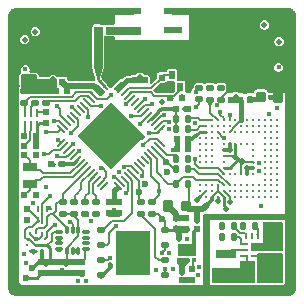
<source format=gtl>
%TF.GenerationSoftware,KiCad,Pcbnew,9.0.1*%
%TF.CreationDate,2025-12-15T21:43:15-06:00*%
%TF.ProjectId,ProtoCore_v1,50726f74-6f43-46f7-9265-5f76312e6b69,rev?*%
%TF.SameCoordinates,Original*%
%TF.FileFunction,Copper,L1,Top*%
%TF.FilePolarity,Positive*%
%FSLAX46Y46*%
G04 Gerber Fmt 4.6, Leading zero omitted, Abs format (unit mm)*
G04 Created by KiCad (PCBNEW 9.0.1) date 2025-12-15 21:43:15*
%MOMM*%
%LPD*%
G01*
G04 APERTURE LIST*
G04 Aperture macros list*
%AMRoundRect*
0 Rectangle with rounded corners*
0 $1 Rounding radius*
0 $2 $3 $4 $5 $6 $7 $8 $9 X,Y pos of 4 corners*
0 Add a 4 corners polygon primitive as box body*
4,1,4,$2,$3,$4,$5,$6,$7,$8,$9,$2,$3,0*
0 Add four circle primitives for the rounded corners*
1,1,$1+$1,$2,$3*
1,1,$1+$1,$4,$5*
1,1,$1+$1,$6,$7*
1,1,$1+$1,$8,$9*
0 Add four rect primitives between the rounded corners*
20,1,$1+$1,$2,$3,$4,$5,0*
20,1,$1+$1,$4,$5,$6,$7,0*
20,1,$1+$1,$6,$7,$8,$9,0*
20,1,$1+$1,$8,$9,$2,$3,0*%
%AMRotRect*
0 Rectangle, with rotation*
0 The origin of the aperture is its center*
0 $1 length*
0 $2 width*
0 $3 Rotation angle, in degrees counterclockwise*
0 Add horizontal line*
21,1,$1,$2,0,0,$3*%
G04 Aperture macros list end*
%TA.AperFunction,Conductor*%
%ADD10C,0.001000*%
%TD*%
%TA.AperFunction,SMDPad,CuDef*%
%ADD11R,0.580000X0.730000*%
%TD*%
%TA.AperFunction,SMDPad,CuDef*%
%ADD12RoundRect,0.082500X-0.192500X0.197500X-0.192500X-0.197500X0.192500X-0.197500X0.192500X0.197500X0*%
%TD*%
%TA.AperFunction,SMDPad,CuDef*%
%ADD13R,0.246234X0.804110*%
%TD*%
%TA.AperFunction,SMDPad,CuDef*%
%ADD14R,0.246236X0.804111*%
%TD*%
%TA.AperFunction,SMDPad,CuDef*%
%ADD15R,0.242472X0.804111*%
%TD*%
%TA.AperFunction,SMDPad,CuDef*%
%ADD16R,0.246232X0.804111*%
%TD*%
%TA.AperFunction,SMDPad,CuDef*%
%ADD17RoundRect,0.076500X0.243500X-0.178500X0.243500X0.178500X-0.243500X0.178500X-0.243500X-0.178500X0*%
%TD*%
%TA.AperFunction,SMDPad,CuDef*%
%ADD18RoundRect,0.082500X0.197500X0.192500X-0.197500X0.192500X-0.197500X-0.192500X0.197500X-0.192500X0*%
%TD*%
%TA.AperFunction,SMDPad,CuDef*%
%ADD19RoundRect,0.082500X0.192500X-0.197500X0.192500X0.197500X-0.192500X0.197500X-0.192500X-0.197500X0*%
%TD*%
%TA.AperFunction,SMDPad,CuDef*%
%ADD20RoundRect,0.076500X-0.243500X0.178500X-0.243500X-0.178500X0.243500X-0.178500X0.243500X0.178500X0*%
%TD*%
%TA.AperFunction,SMDPad,CuDef*%
%ADD21RoundRect,0.082500X-0.197500X-0.192500X0.197500X-0.192500X0.197500X0.192500X-0.197500X0.192500X0*%
%TD*%
%TA.AperFunction,SMDPad,CuDef*%
%ADD22RoundRect,0.076500X0.178500X0.243500X-0.178500X0.243500X-0.178500X-0.243500X0.178500X-0.243500X0*%
%TD*%
%TA.AperFunction,SMDPad,CuDef*%
%ADD23C,0.600000*%
%TD*%
%TA.AperFunction,SMDPad,CuDef*%
%ADD24R,1.300000X0.750000*%
%TD*%
%TA.AperFunction,SMDPad,CuDef*%
%ADD25RotRect,0.840000X0.220000X315.000000*%
%TD*%
%TA.AperFunction,SMDPad,CuDef*%
%ADD26RotRect,0.220000X0.840000X315.000000*%
%TD*%
%TA.AperFunction,SMDPad,CuDef*%
%ADD27RotRect,4.000000X4.000000X315.000000*%
%TD*%
%TA.AperFunction,SMDPad,CuDef*%
%ADD28R,1.800000X0.800000*%
%TD*%
%TA.AperFunction,SMDPad,CuDef*%
%ADD29C,0.290000*%
%TD*%
%TA.AperFunction,SMDPad,CuDef*%
%ADD30RoundRect,0.125000X-0.250000X-0.125000X0.250000X-0.125000X0.250000X0.125000X-0.250000X0.125000X0*%
%TD*%
%TA.AperFunction,HeatsinkPad*%
%ADD31R,3.000000X3.750000*%
%TD*%
%TA.AperFunction,SMDPad,CuDef*%
%ADD32RoundRect,0.123750X-0.288750X-0.338750X0.288750X-0.338750X0.288750X0.338750X-0.288750X0.338750X0*%
%TD*%
%TA.AperFunction,SMDPad,CuDef*%
%ADD33RoundRect,0.123750X-0.288750X-0.351250X0.288750X-0.351250X0.288750X0.351250X-0.288750X0.351250X0*%
%TD*%
%TA.AperFunction,SMDPad,CuDef*%
%ADD34RoundRect,0.123750X0.288750X0.338750X-0.288750X0.338750X-0.288750X-0.338750X0.288750X-0.338750X0*%
%TD*%
%TA.AperFunction,SMDPad,CuDef*%
%ADD35RoundRect,0.123750X0.288750X0.351250X-0.288750X0.351250X-0.288750X-0.351250X0.288750X-0.351250X0*%
%TD*%
%TA.AperFunction,SMDPad,CuDef*%
%ADD36RoundRect,0.076500X-0.178500X-0.243500X0.178500X-0.243500X0.178500X0.243500X-0.178500X0.243500X0*%
%TD*%
%TA.AperFunction,SMDPad,CuDef*%
%ADD37RoundRect,0.135000X0.540000X-0.315000X0.540000X0.315000X-0.540000X0.315000X-0.540000X-0.315000X0*%
%TD*%
%TA.AperFunction,SMDPad,CuDef*%
%ADD38RoundRect,0.087500X-0.225000X-0.087500X0.225000X-0.087500X0.225000X0.087500X-0.225000X0.087500X0*%
%TD*%
%TA.AperFunction,SMDPad,CuDef*%
%ADD39RoundRect,0.087500X-0.087500X-0.225000X0.087500X-0.225000X0.087500X0.225000X-0.087500X0.225000X0*%
%TD*%
%TA.AperFunction,SMDPad,CuDef*%
%ADD40RoundRect,0.055000X-0.240000X-0.220000X0.240000X-0.220000X0.240000X0.220000X-0.240000X0.220000X0*%
%TD*%
%TA.AperFunction,SMDPad,CuDef*%
%ADD41R,0.200000X0.600000*%
%TD*%
%TA.AperFunction,SMDPad,CuDef*%
%ADD42R,0.200000X1.600000*%
%TD*%
%TA.AperFunction,SMDPad,CuDef*%
%ADD43RoundRect,0.056250X0.143750X-0.131250X0.143750X0.131250X-0.143750X0.131250X-0.143750X-0.131250X0*%
%TD*%
%TA.AperFunction,HeatsinkPad*%
%ADD44R,1.600000X1.000000*%
%TD*%
%TA.AperFunction,SMDPad,CuDef*%
%ADD45R,0.275000X0.250000*%
%TD*%
%TA.AperFunction,SMDPad,CuDef*%
%ADD46R,0.250000X0.275000*%
%TD*%
%TA.AperFunction,SMDPad,CuDef*%
%ADD47RoundRect,0.135000X-0.540000X0.315000X-0.540000X-0.315000X0.540000X-0.315000X0.540000X0.315000X0*%
%TD*%
%TA.AperFunction,SMDPad,CuDef*%
%ADD48RoundRect,0.135000X-0.315000X-0.540000X0.315000X-0.540000X0.315000X0.540000X-0.315000X0.540000X0*%
%TD*%
%TA.AperFunction,SMDPad,CuDef*%
%ADD49R,0.650000X0.200000*%
%TD*%
%TA.AperFunction,SMDPad,CuDef*%
%ADD50R,1.000000X0.200000*%
%TD*%
%TA.AperFunction,SMDPad,CuDef*%
%ADD51R,0.250000X0.550000*%
%TD*%
%TA.AperFunction,SMDPad,CuDef*%
%ADD52R,1.500000X0.600000*%
%TD*%
%TA.AperFunction,ViaPad*%
%ADD53C,0.450000*%
%TD*%
%TA.AperFunction,ViaPad*%
%ADD54C,0.500000*%
%TD*%
%TA.AperFunction,Conductor*%
%ADD55C,0.250000*%
%TD*%
%TA.AperFunction,Conductor*%
%ADD56C,0.200000*%
%TD*%
%TA.AperFunction,Conductor*%
%ADD57C,0.156500*%
%TD*%
%TA.AperFunction,Conductor*%
%ADD58C,0.300000*%
%TD*%
%TA.AperFunction,Conductor*%
%ADD59C,0.150000*%
%TD*%
%TA.AperFunction,Conductor*%
%ADD60C,0.220000*%
%TD*%
%TA.AperFunction,Conductor*%
%ADD61C,0.400000*%
%TD*%
%TA.AperFunction,Conductor*%
%ADD62C,0.500000*%
%TD*%
%TA.AperFunction,Conductor*%
%ADD63C,0.600000*%
%TD*%
%TA.AperFunction,Conductor*%
%ADD64C,0.100000*%
%TD*%
%TA.AperFunction,Conductor*%
%ADD65C,0.157500*%
%TD*%
%TA.AperFunction,Conductor*%
%ADD66C,0.225000*%
%TD*%
G04 APERTURE END LIST*
D10*
%TO.N,RF_FEED*%
X145710000Y-92800000D02*
X145520492Y-93700089D01*
X145520285Y-93700411D01*
X145520000Y-93700500D01*
X145300000Y-93700500D01*
X145299646Y-93700354D01*
X145299510Y-93700098D01*
X145110000Y-92800000D01*
X145110000Y-89400000D01*
X145710000Y-89400000D01*
X145710000Y-92800000D01*
%TA.AperFunction,Conductor*%
G36*
X145710000Y-92800000D02*
G01*
X145520492Y-93700089D01*
X145520285Y-93700411D01*
X145520000Y-93700500D01*
X145300000Y-93700500D01*
X145299646Y-93700354D01*
X145299510Y-93700098D01*
X145110000Y-92800000D01*
X145110000Y-89400000D01*
X145710000Y-89400000D01*
X145710000Y-92800000D01*
G37*
%TD.AperFunction*%
%TO.N,/External Interface/RF_FEED_ANT*%
X146080000Y-89400000D02*
X148990000Y-89400000D01*
X148990000Y-90000000D01*
X146080000Y-90000000D01*
X146080000Y-89400000D01*
%TA.AperFunction,Conductor*%
G36*
X146080000Y-89400000D02*
G01*
X148990000Y-89400000D01*
X148990000Y-90000000D01*
X146080000Y-90000000D01*
X146080000Y-89400000D01*
G37*
%TD.AperFunction*%
%TD*%
D11*
%TO.P,Y2,1*%
%TO.N,/Microcontroller/CLK_MAIN_IN*%
X151650000Y-93512500D03*
%TO.P,Y2,2,GND*%
%TO.N,GND*%
X151650000Y-94512500D03*
%TO.P,Y2,3*%
%TO.N,/Microcontroller/CLK_MAIN_OUT*%
X152350000Y-94512500D03*
%TO.P,Y2,4,GND__1*%
%TO.N,GND*%
X152350000Y-93512500D03*
%TD*%
D12*
%TO.P,C37,1*%
%TO.N,+3V3*%
X143175000Y-109327500D03*
%TO.P,C37,2*%
%TO.N,GND*%
X143175000Y-110287500D03*
%TD*%
D13*
%TO.P,U4,1,CTR*%
%TO.N,/Power Management/SUP_CTR*%
X139261883Y-97775444D03*
D14*
%TO.P,U4,2,CTS*%
%TO.N,/Power Management/SUP_CTS*%
X139761882Y-97775444D03*
D15*
%TO.P,U4,3,GND*%
%TO.N,GND*%
X140259999Y-97775444D03*
D14*
%TO.P,U4,4,VDD*%
%TO.N,+3V3*%
X140261881Y-96729556D03*
%TO.P,U4,5,SNS*%
%TO.N,CORE_RESET_N*%
X139761882Y-96729556D03*
D16*
%TO.P,U4,6,RST_N*%
%TO.N,CORE_RST_REQ_N*%
X139261884Y-96729556D03*
%TD*%
D17*
%TO.P,R4,1*%
%TO.N,+3V3*%
X143400000Y-105240000D03*
%TO.P,R4,2*%
%TO.N,I2C0_SCL*%
X143400000Y-104250000D03*
%TD*%
D18*
%TO.P,C31,1*%
%TO.N,Net-(U7-VDDI)*%
X153025000Y-98950000D03*
%TO.P,C31,2*%
%TO.N,GND*%
X152065000Y-98950000D03*
%TD*%
D12*
%TO.P,C3,1*%
%TO.N,/Microcontroller/CLK_MAIN_IN*%
X150790000Y-93712500D03*
%TO.P,C3,2*%
%TO.N,GND*%
X150790000Y-94672500D03*
%TD*%
D19*
%TO.P,C26,1*%
%TO.N,+3V3*%
X151975000Y-106575000D03*
%TO.P,C26,2*%
%TO.N,GND*%
X151975000Y-105615000D03*
%TD*%
D20*
%TO.P,R7,1*%
%TO.N,/Microcontroller/UART0_RX_MCU*%
X154000000Y-94580000D03*
%TO.P,R7,2*%
%TO.N,UART0_RX*%
X154000000Y-95570000D03*
%TD*%
D12*
%TO.P,C40,1*%
%TO.N,+3V3*%
X141469098Y-109327500D03*
%TO.P,C40,2*%
%TO.N,GND*%
X141469098Y-110287500D03*
%TD*%
D21*
%TO.P,C9,1*%
%TO.N,+3V3*%
X152040000Y-96350000D03*
%TO.P,C9,2*%
%TO.N,GND*%
X153000000Y-96350000D03*
%TD*%
D12*
%TO.P,C25,1*%
%TO.N,+3V3*%
X139425000Y-104825000D03*
%TO.P,C25,2*%
%TO.N,GND*%
X139425000Y-105785000D03*
%TD*%
D22*
%TO.P,R22,1*%
%TO.N,EMMC_DAT3*%
X153015000Y-98100000D03*
%TO.P,R22,2*%
%TO.N,+3V3*%
X152025000Y-98100000D03*
%TD*%
D17*
%TO.P,R3,1*%
%TO.N,+3V3*%
X142475000Y-105240000D03*
%TO.P,R3,2*%
%TO.N,I2C0_SDA*%
X142475000Y-104250000D03*
%TD*%
D20*
%TO.P,R15,1*%
%TO.N,+3V3*%
X139180000Y-94860000D03*
%TO.P,R15,2*%
%TO.N,CORE_RST_REQ_N*%
X139180000Y-95850000D03*
%TD*%
D12*
%TO.P,C11,1*%
%TO.N,+3V3*%
X147175000Y-104265000D03*
%TO.P,C11,2*%
%TO.N,GND*%
X147175000Y-105225000D03*
%TD*%
D23*
%TO.P,TP9,1,1*%
%TO.N,GND*%
X149375000Y-102700000D03*
%TD*%
D24*
%TO.P,Y1,1*%
%TO.N,/Microcontroller/CLK_RTC_IN*%
X139625000Y-101250002D03*
%TO.P,Y1,2*%
%TO.N,/Microcontroller/CLK_RTC_OUT*%
X139625000Y-102700000D03*
%TD*%
D25*
%TO.P,U1,1,LNA_IN*%
%TO.N,RF_FEED*%
X145917177Y-94398045D03*
%TO.P,U1,2,VDD3P3*%
%TO.N,/Microcontroller/VDD_PI_OUT*%
X145634334Y-94680887D03*
%TO.P,U1,3,VDD3P3*%
X145351491Y-94963730D03*
%TO.P,U1,4,CHIP_PU*%
%TO.N,CORE_RST_REQ_N*%
X145068649Y-95246573D03*
%TO.P,U1,5,BOOT0/GPIO0*%
%TO.N,CORE_BOOT_SEL*%
X144785806Y-95529415D03*
%TO.P,U1,6,GPIO1*%
%TO.N,IO0*%
X144502963Y-95812258D03*
%TO.P,U1,7,GPIO2*%
%TO.N,IO1*%
X144220121Y-96095101D03*
%TO.P,U1,8,GPIO3*%
%TO.N,unconnected-(U1A-GPIO3-Pad8)*%
X143937278Y-96377944D03*
%TO.P,U1,9,GPIO4*%
%TO.N,IO2*%
X143654435Y-96660786D03*
%TO.P,U1,10,GPIO5*%
%TO.N,IO3*%
X143371592Y-96943629D03*
%TO.P,U1,11,GPIO6*%
%TO.N,unconnected-(U1A-GPIO6-Pad11)*%
X143088750Y-97226472D03*
%TO.P,U1,12,GPIO7*%
%TO.N,IO4*%
X142805907Y-97509314D03*
%TO.P,U1,13,GPIO8*%
%TO.N,IO5*%
X142523064Y-97792157D03*
%TO.P,U1,14,GPIO9*%
%TO.N,IO6*%
X142240222Y-98075000D03*
D26*
%TO.P,U1,15,GPIO10*%
%TO.N,IO7*%
X142240222Y-99255868D03*
%TO.P,U1,16,GPIO11*%
%TO.N,IO8*%
X142523064Y-99538711D03*
%TO.P,U1,17,GPIO12*%
%TO.N,IO9*%
X142805907Y-99821554D03*
%TO.P,U1,18,GPIO13*%
%TO.N,IO10*%
X143088750Y-100104396D03*
%TO.P,U1,19,GPIO14*%
%TO.N,IO11*%
X143371592Y-100387239D03*
%TO.P,U1,20,VDD3P3_RTC*%
%TO.N,+3V3*%
X143654435Y-100670082D03*
%TO.P,U1,21,XTAL_32K_P*%
%TO.N,/Microcontroller/CLK_RTC_IN*%
X143937278Y-100952924D03*
%TO.P,U1,22,XTAL_32K_N*%
%TO.N,/Microcontroller/CLK_RTC_OUT*%
X144220121Y-101235767D03*
%TO.P,U1,23,GPIO17*%
%TO.N,I2C0_SDA*%
X144502963Y-101518610D03*
%TO.P,U1,24,GPIO18*%
%TO.N,I2C0_SCL*%
X144785806Y-101801453D03*
%TO.P,U1,25,GPIO19/USB_D-*%
%TO.N,/Microcontroller/USB_MCU_D-*%
X145068649Y-102084295D03*
%TO.P,U1,26,GPIO20/USB_D+*%
%TO.N,/Microcontroller/USB_MCU_D+*%
X145351491Y-102367138D03*
%TO.P,U1,27,GPIO21*%
%TO.N,INT_IMU*%
X145634334Y-102649981D03*
%TO.P,U1,28,GPIO26/SPICS1*%
%TO.N,unconnected-(U1A-GPIO26{slash}SPICS1-Pad28)*%
X145917177Y-102932823D03*
D25*
%TO.P,U1,29,VDD_SPI*%
%TO.N,+3V3*%
X147098045Y-102932823D03*
%TO.P,U1,30,GPIO27/SPIHD*%
%TO.N,QSPI_IO3*%
X147380888Y-102649981D03*
%TO.P,U1,31,GPIO28/SPIWP*%
%TO.N,QSPI_IO2*%
X147663731Y-102367138D03*
%TO.P,U1,32,GPIO29/SPICS0*%
%TO.N,QSPI_CS*%
X147946573Y-102084295D03*
%TO.P,U1,33,GPIO30/SPICLK*%
%TO.N,/Microcontroller/QSPI_CLK_MCU*%
X148229416Y-101801453D03*
%TO.P,U1,34,GPIO31/SPIQ*%
%TO.N,QSPI_IO1*%
X148512259Y-101518610D03*
%TO.P,U1,35,GPIO32/SPID*%
%TO.N,QSPI_IO0*%
X148795101Y-101235767D03*
%TO.P,U1,36,GPIO48/SPICLK_N*%
%TO.N,unconnected-(U1A-GPIO48{slash}SPICLK_N-Pad36)*%
X149077944Y-100952924D03*
%TO.P,U1,37,GPIO47/SPICLK_P*%
%TO.N,unconnected-(U1A-GPIO47{slash}SPICLK_P-Pad37)*%
X149360787Y-100670082D03*
%TO.P,U1,38,GPIO33*%
%TO.N,3V3_AUX_EN*%
X149643630Y-100387239D03*
%TO.P,U1,39,GPIO34*%
%TO.N,EMMC_CMD*%
X149926472Y-100104396D03*
%TO.P,U1,40,GPIO35*%
%TO.N,/Microcontroller/EMMC_CLK_MCU*%
X150209315Y-99821554D03*
%TO.P,U1,41,GPIO36*%
%TO.N,EMMC_DAT2*%
X150492158Y-99538711D03*
%TO.P,U1,42,GPIO37*%
%TO.N,EMMC_DAT3*%
X150775000Y-99255868D03*
D26*
%TO.P,U1,43,GPIO38*%
%TO.N,EMMC_DAT0*%
X150775000Y-98075000D03*
%TO.P,U1,44,GPIO39/MTCK*%
%TO.N,EMMC_DAT1*%
X150492158Y-97792157D03*
%TO.P,U1,45,GPIO40/MTDO*%
%TO.N,IO14*%
X150209315Y-97509314D03*
%TO.P,U1,46,VDD3P3_CPU*%
%TO.N,+3V3*%
X149926472Y-97226472D03*
%TO.P,U1,47,GPIO41/MTDI*%
%TO.N,IO15*%
X149643630Y-96943629D03*
%TO.P,U1,48,GPIO42/MTMS*%
%TO.N,IO16*%
X149360787Y-96660786D03*
%TO.P,U1,49,GPIO43/U0TXD*%
%TO.N,UART0_TX*%
X149077944Y-96377944D03*
%TO.P,U1,50,GPIO44/U0RXD*%
%TO.N,/Microcontroller/UART0_RX_MCU*%
X148795101Y-96095101D03*
%TO.P,U1,51,GPIO45*%
%TO.N,unconnected-(U1A-GPIO45-Pad51)*%
X148512259Y-95812258D03*
%TO.P,U1,52,BOOT1/GPIO46*%
%TO.N,/Microcontroller/BOOT1*%
X148229416Y-95529415D03*
%TO.P,U1,53,XTAL_40M_N*%
%TO.N,/Microcontroller/CLK_MAIN_OUT*%
X147946573Y-95246573D03*
%TO.P,U1,54,XTAL_40M_P*%
%TO.N,/Microcontroller/CLK_MAIN_IN*%
X147663731Y-94963730D03*
%TO.P,U1,55,VDDA*%
%TO.N,+3V3*%
X147380888Y-94680887D03*
%TO.P,U1,56,VDDA*%
X147098045Y-94398045D03*
D27*
%TO.P,U1,57,GND*%
%TO.N,GND*%
X146507611Y-98665434D03*
%TD*%
D22*
%TO.P,R13,1*%
%TO.N,/Power Management/REG_PG*%
X156915000Y-107175000D03*
%TO.P,R13,2*%
%TO.N,+3V3*%
X155925000Y-107175000D03*
%TD*%
D19*
%TO.P,C5,1*%
%TO.N,+3V3*%
X141575000Y-94075000D03*
%TO.P,C5,2*%
%TO.N,GND*%
X141575000Y-93115000D03*
%TD*%
%TO.P,C29,1*%
%TO.N,+3V3*%
X156650000Y-95575000D03*
%TO.P,C29,2*%
%TO.N,GND*%
X156650000Y-94615000D03*
%TD*%
D28*
%TO.P,L3,1,1*%
%TO.N,/Power Management/REG_SW*%
X156275000Y-108625001D03*
%TO.P,L3,2,2*%
%TO.N,+3V3*%
X156275000Y-110224999D03*
%TD*%
D21*
%TO.P,C13,1*%
%TO.N,/Microcontroller/CLK_RTC_OUT*%
X139165000Y-103675000D03*
%TO.P,C13,2*%
%TO.N,GND*%
X140125000Y-103675000D03*
%TD*%
D17*
%TO.P,R11,1*%
%TO.N,+3V3*%
X149975000Y-105240000D03*
%TO.P,R11,2*%
%TO.N,3V3_AUX_EN*%
X149975000Y-104250000D03*
%TD*%
D19*
%TO.P,C8,1*%
%TO.N,/Microcontroller/VDD_PI_OUT*%
X142400000Y-94075000D03*
%TO.P,C8,2*%
%TO.N,GND*%
X142400000Y-93115000D03*
%TD*%
D29*
%TO.P,U7,A3,DAT0*%
%TO.N,EMMC_DAT0*%
X154050000Y-97350000D03*
X154550000Y-97350000D03*
X155050000Y-97350000D03*
%TO.P,U7,A4,DAT1*%
%TO.N,EMMC_DAT1*%
X155550000Y-97350000D03*
%TO.P,U7,A5,DAT2*%
%TO.N,EMMC_DAT2*%
X156050000Y-97350000D03*
%TO.P,U7,A6,VSS*%
%TO.N,GND*%
X156550000Y-97350000D03*
%TO.P,U7,A7,NC*%
%TO.N,unconnected-(U7-NC-PadA7)*%
X157050000Y-97350000D03*
%TO.P,U7,A9,NC*%
%TO.N,unconnected-(U7-NC-PadA9)*%
X158050000Y-97350000D03*
%TO.P,U7,A10,NC*%
%TO.N,unconnected-(U7-NC-PadA10)*%
X158550000Y-97350000D03*
%TO.P,U7,A11,NC*%
%TO.N,unconnected-(U7-NC-PadA11)*%
X159050000Y-97350000D03*
%TO.P,U7,A12,NC*%
%TO.N,unconnected-(U7-NC-PadA12)*%
X159550000Y-97350000D03*
%TO.P,U7,A13,NC*%
%TO.N,unconnected-(U7-NC-PadA13)*%
X160050000Y-97350000D03*
%TO.P,U7,A14,NC*%
%TO.N,unconnected-(U7-NC-PadA14)*%
X160550000Y-97350000D03*
%TO.P,U7,B2,DAT3*%
%TO.N,EMMC_DAT3*%
X154050000Y-97850000D03*
X154550000Y-97850000D03*
%TO.P,U7,B3,NC*%
%TO.N,unconnected-(U7-NC-PadB3)*%
X155050000Y-97850000D03*
%TO.P,U7,B4,NC*%
%TO.N,unconnected-(U7-NC-PadB4)*%
X155550000Y-97850000D03*
%TO.P,U7,B5,NC*%
%TO.N,unconnected-(U7-NC-PadB5)*%
X156050000Y-97850000D03*
%TO.P,U7,B6,NC*%
%TO.N,unconnected-(U7-NC-PadB6)*%
X156550000Y-97850000D03*
%TO.P,U7,B8,NC*%
%TO.N,unconnected-(U7-NC-PadB8)*%
X157550000Y-97850000D03*
%TO.P,U7,B9,NC*%
%TO.N,unconnected-(U7-NC-PadB9)*%
X158050000Y-97850000D03*
%TO.P,U7,B10,NC*%
%TO.N,unconnected-(U7-NC-PadB10)*%
X158550000Y-97850000D03*
%TO.P,U7,B11,NC*%
%TO.N,unconnected-(U7-NC-PadB11)*%
X159050000Y-97850000D03*
%TO.P,U7,B12,NC*%
%TO.N,unconnected-(U7-NC-PadB12)*%
X159550000Y-97850000D03*
%TO.P,U7,B13,NC*%
%TO.N,unconnected-(U7-NC-PadB13)*%
X160050000Y-97850000D03*
%TO.P,U7,B14,NC*%
%TO.N,unconnected-(U7-NC-PadB14)*%
X160550000Y-97850000D03*
%TO.P,U7,C2,VDDI*%
%TO.N,Net-(U7-VDDI)*%
X154050000Y-98350000D03*
X154550000Y-98350000D03*
%TO.P,U7,C3,NC*%
%TO.N,unconnected-(U7-NC-PadC3)*%
X155050000Y-98350000D03*
%TO.P,U7,C4,VSSQ*%
%TO.N,GND*%
X155550000Y-98350000D03*
%TO.P,U7,C5,NC*%
%TO.N,unconnected-(U7-NC-PadC5)*%
X156050000Y-98350000D03*
%TO.P,U7,C6,VCCQ*%
%TO.N,+3V3*%
X156550000Y-98350000D03*
X157050000Y-97850000D03*
X157550000Y-97350000D03*
%TO.P,U7,C7,NC*%
%TO.N,unconnected-(U7-NC-PadC7)*%
X157050000Y-98350000D03*
%TO.P,U7,C8,NC*%
%TO.N,unconnected-(U7-NC-PadC8)*%
X157550000Y-98350000D03*
%TO.P,U7,C9,NC*%
%TO.N,unconnected-(U7-NC-PadC9)*%
X158050000Y-98350000D03*
%TO.P,U7,C10,NC*%
%TO.N,unconnected-(U7-NC-PadC10)*%
X158550000Y-98350000D03*
%TO.P,U7,C11,NC*%
%TO.N,unconnected-(U7-NC-PadC11)*%
X159050000Y-98350000D03*
%TO.P,U7,C12,NC*%
%TO.N,unconnected-(U7-NC-PadC12)*%
X159550000Y-98350000D03*
%TO.P,U7,C13,NC*%
%TO.N,unconnected-(U7-NC-PadC13)*%
X160050000Y-98350000D03*
%TO.P,U7,C14,NC*%
%TO.N,unconnected-(U7-NC-PadC14)*%
X160550000Y-98350000D03*
%TO.P,U7,D1,NC*%
%TO.N,unconnected-(U7-NC-PadD1)*%
X154050000Y-98850000D03*
%TO.P,U7,D2,NC*%
%TO.N,unconnected-(U7-NC-PadD2)*%
X154550000Y-98850000D03*
%TO.P,U7,D3,NC*%
%TO.N,unconnected-(U7-NC-PadD3)*%
X155050000Y-98850000D03*
%TO.P,U7,D4,NC*%
%TO.N,unconnected-(U7-NC-PadD4)*%
X155550000Y-98850000D03*
%TO.P,U7,D12,NC*%
%TO.N,unconnected-(U7-NC-PadD12)*%
X159550000Y-98850000D03*
%TO.P,U7,D13,NC*%
%TO.N,unconnected-(U7-NC-PadD13)*%
X160050000Y-98850000D03*
%TO.P,U7,D14,NC*%
%TO.N,unconnected-(U7-NC-PadD14)*%
X160550000Y-98850000D03*
%TO.P,U7,E1,NC*%
%TO.N,unconnected-(U7-NC-PadE1)*%
X154050000Y-99350000D03*
%TO.P,U7,E2,NC*%
%TO.N,unconnected-(U7-NC-PadE2)*%
X154550000Y-99350000D03*
%TO.P,U7,E3,NC*%
%TO.N,unconnected-(U7-NC-PadE3)*%
X155050000Y-99350000D03*
%TO.P,U7,E5,NC*%
%TO.N,unconnected-(U7-NC-PadE5)*%
X156050000Y-99350000D03*
%TO.P,U7,E6,VCC*%
%TO.N,+3V3*%
X156550000Y-99350000D03*
%TO.P,U7,E7,VSS*%
%TO.N,GND*%
X157050000Y-99350000D03*
%TO.P,U7,E8,NC*%
%TO.N,unconnected-(U7-NC-PadE8)*%
X157550000Y-99350000D03*
%TO.P,U7,E9,NC*%
%TO.N,unconnected-(U7-NC-PadE9)*%
X158050000Y-99350000D03*
%TO.P,U7,E10,NC*%
%TO.N,unconnected-(U7-NC-PadE10)*%
X158550000Y-99350000D03*
%TO.P,U7,E12,NC*%
%TO.N,unconnected-(U7-NC-PadE12)*%
X159550000Y-99350000D03*
%TO.P,U7,E13,NC*%
%TO.N,unconnected-(U7-NC-PadE13)*%
X160050000Y-99350000D03*
%TO.P,U7,E14,NC*%
%TO.N,unconnected-(U7-NC-PadE14)*%
X160550000Y-99350000D03*
%TO.P,U7,F1,NC*%
%TO.N,unconnected-(U7-NC-PadF1)*%
X154050000Y-99850000D03*
%TO.P,U7,F2,NC*%
%TO.N,unconnected-(U7-NC-PadF2)*%
X154550000Y-99850000D03*
%TO.P,U7,F3,NC*%
%TO.N,unconnected-(U7-NC-PadF3)*%
X155050000Y-99850000D03*
%TO.P,U7,F5,VCC*%
%TO.N,+3V3*%
X156050000Y-99850000D03*
%TO.P,U7,F10,NC*%
%TO.N,unconnected-(U7-NC-PadF10)*%
X158550000Y-99850000D03*
%TO.P,U7,F12,NC*%
%TO.N,unconnected-(U7-NC-PadF12)*%
X159550000Y-99850000D03*
%TO.P,U7,F13,NC*%
%TO.N,unconnected-(U7-NC-PadF13)*%
X160050000Y-99850000D03*
%TO.P,U7,F14,NC*%
%TO.N,unconnected-(U7-NC-PadF14)*%
X160550000Y-99850000D03*
%TO.P,U7,G1,NC*%
%TO.N,unconnected-(U7-NC-PadG1)*%
X154050000Y-100350000D03*
%TO.P,U7,G2,NC*%
%TO.N,unconnected-(U7-NC-PadG2)*%
X154550000Y-100350000D03*
%TO.P,U7,G3,NC*%
%TO.N,unconnected-(U7-NC-PadG3)*%
X155050000Y-100350000D03*
%TO.P,U7,G5,VSS*%
%TO.N,GND*%
X156050000Y-100350000D03*
%TO.P,U7,G10,NC*%
%TO.N,unconnected-(U7-NC-PadG10)*%
X158550000Y-100350000D03*
%TO.P,U7,G12,NC*%
%TO.N,unconnected-(U7-NC-PadG12)*%
X159550000Y-100350000D03*
%TO.P,U7,G13,NC*%
%TO.N,unconnected-(U7-NC-PadG13)*%
X160050000Y-100350000D03*
%TO.P,U7,G14,NC*%
%TO.N,unconnected-(U7-NC-PadG14)*%
X160550000Y-100350000D03*
%TO.P,U7,H1,NC*%
%TO.N,unconnected-(U7-NC-PadH1)*%
X154050000Y-100850000D03*
%TO.P,U7,H2,NC*%
%TO.N,unconnected-(U7-NC-PadH2)*%
X154550000Y-100850000D03*
%TO.P,U7,H3,NC*%
%TO.N,unconnected-(U7-NC-PadH3)*%
X155050000Y-100850000D03*
%TO.P,U7,H5,NC*%
%TO.N,unconnected-(U7-NC-PadH5)*%
X156050000Y-100850000D03*
%TO.P,U7,H10,VSS*%
%TO.N,GND*%
X158550000Y-100850000D03*
%TO.P,U7,H12,NC*%
%TO.N,unconnected-(U7-NC-PadH12)*%
X159550000Y-100850000D03*
%TO.P,U7,H13,NC*%
%TO.N,unconnected-(U7-NC-PadH13)*%
X160050000Y-100850000D03*
%TO.P,U7,H14,NC*%
%TO.N,unconnected-(U7-NC-PadH14)*%
X160550000Y-100850000D03*
%TO.P,U7,J5,VSS*%
%TO.N,GND*%
X156050000Y-101350000D03*
%TO.P,U7,J10,VCC*%
%TO.N,+3V3*%
X158550000Y-101350000D03*
%TO.P,U7,J12,NC*%
%TO.N,unconnected-(U7-NC-PadJ12)*%
X159550000Y-101350000D03*
%TO.P,U7,J13,NC*%
%TO.N,unconnected-(U7-NC-PadJ13)*%
X160050000Y-101350000D03*
%TO.P,U7,J14,NC*%
%TO.N,unconnected-(U7-NC-PadJ14)*%
X160550000Y-101350000D03*
%TO.P,U7,K5,RST_N*%
%TO.N,CORE_RST_REQ_N*%
X154050000Y-101350000D03*
X154550000Y-101350000D03*
X155050000Y-101350000D03*
X156050000Y-101850000D03*
%TO.P,U7,K6,NC*%
%TO.N,unconnected-(U7-NC-PadK6)*%
X156550000Y-101850000D03*
%TO.P,U7,K7,NC*%
%TO.N,unconnected-(U7-NC-PadK7)*%
X157050000Y-101850000D03*
%TO.P,U7,K8,VSS*%
%TO.N,GND*%
X157550000Y-101850000D03*
%TO.P,U7,K9,VCC*%
%TO.N,+3V3*%
X158050000Y-101850000D03*
%TO.P,U7,K10,NC*%
%TO.N,unconnected-(U7-NC-PadK10)*%
X158550000Y-101850000D03*
%TO.P,U7,K12,NC*%
%TO.N,unconnected-(U7-NC-PadK12)*%
X159550000Y-101850000D03*
%TO.P,U7,K13,NC*%
%TO.N,unconnected-(U7-NC-PadK13)*%
X160050000Y-101850000D03*
%TO.P,U7,K14,NC*%
%TO.N,unconnected-(U7-NC-PadK14)*%
X160550000Y-101850000D03*
%TO.P,U7,L12,NC*%
%TO.N,unconnected-(U7-NC-PadL12)*%
X159550000Y-102350000D03*
%TO.P,U7,L13,NC*%
%TO.N,unconnected-(U7-NC-PadL13)*%
X160050000Y-102350000D03*
%TO.P,U7,L14,NC*%
%TO.N,unconnected-(U7-NC-PadL14)*%
X160550000Y-102350000D03*
%TO.P,U7,M1,NC*%
%TO.N,unconnected-(U7-NC-PadM1)*%
X154050000Y-102850000D03*
%TO.P,U7,M2,NC*%
%TO.N,unconnected-(U7-NC-PadM2)*%
X154550000Y-102850000D03*
%TO.P,U7,M3,NC*%
%TO.N,unconnected-(U7-NC-PadM3)*%
X155050000Y-102850000D03*
%TO.P,U7,M4,VCCQ*%
%TO.N,+3V3*%
X155550000Y-102850000D03*
%TO.P,U7,M5,CMD*%
%TO.N,EMMC_CMD*%
X154050000Y-102350000D03*
X154550000Y-102350000D03*
X155050000Y-102350000D03*
X156050000Y-102850000D03*
%TO.P,U7,M6,CLK*%
%TO.N,EMMC_CLK*%
X154050000Y-101850000D03*
X154550000Y-101850000D03*
X155050000Y-101850000D03*
X156550000Y-102850000D03*
%TO.P,U7,M7,NC*%
%TO.N,unconnected-(U7-NC-PadM7)*%
X157050000Y-102850000D03*
%TO.P,U7,M8,NC*%
%TO.N,unconnected-(U7-NC-PadM8)*%
X157550000Y-102850000D03*
%TO.P,U7,M9,NC*%
%TO.N,unconnected-(U7-NC-PadM9)*%
X158050000Y-102850000D03*
%TO.P,U7,M10,NC*%
%TO.N,unconnected-(U7-NC-PadM10)*%
X158550000Y-102850000D03*
%TO.P,U7,M11,NC*%
%TO.N,unconnected-(U7-NC-PadM11)*%
X159050000Y-102850000D03*
%TO.P,U7,M12,NC*%
%TO.N,unconnected-(U7-NC-PadM12)*%
X159550000Y-102850000D03*
%TO.P,U7,M13,NC*%
%TO.N,unconnected-(U7-NC-PadM13)*%
X160050000Y-102850000D03*
%TO.P,U7,M14,NC*%
%TO.N,unconnected-(U7-NC-PadM14)*%
X160550000Y-102850000D03*
%TO.P,U7,N1,NC*%
%TO.N,unconnected-(U7-NC-PadN1)*%
X154050000Y-103350000D03*
%TO.P,U7,N2,VSSQ*%
%TO.N,GND*%
X154050000Y-103850000D03*
X154550000Y-103350000D03*
%TO.P,U7,N3,NC*%
%TO.N,unconnected-(U7-NC-PadN3)*%
X155050000Y-103350000D03*
%TO.P,U7,N4,VCCQ*%
%TO.N,+3V3*%
X155550000Y-103350000D03*
%TO.P,U7,N5,VSSQ*%
%TO.N,GND*%
X156050000Y-103350000D03*
%TO.P,U7,N6,NC*%
%TO.N,unconnected-(U7-NC-PadN6)*%
X156550000Y-103350000D03*
%TO.P,U7,N7,NC*%
%TO.N,unconnected-(U7-NC-PadN7)*%
X157050000Y-103350000D03*
%TO.P,U7,N8,NC*%
%TO.N,unconnected-(U7-NC-PadN8)*%
X157550000Y-103350000D03*
%TO.P,U7,N9,NC*%
%TO.N,unconnected-(U7-NC-PadN9)*%
X158050000Y-103350000D03*
%TO.P,U7,N10,NC*%
%TO.N,unconnected-(U7-NC-PadN10)*%
X158550000Y-103350000D03*
%TO.P,U7,N11,NC*%
%TO.N,unconnected-(U7-NC-PadN11)*%
X159050000Y-103350000D03*
%TO.P,U7,N12,NC*%
%TO.N,unconnected-(U7-NC-PadN12)*%
X159550000Y-103350000D03*
%TO.P,U7,N13,NC*%
%TO.N,unconnected-(U7-NC-PadN13)*%
X160050000Y-103350000D03*
%TO.P,U7,N14,NC*%
%TO.N,unconnected-(U7-NC-PadN14)*%
X160550000Y-103350000D03*
%TO.P,U7,P2,NC*%
%TO.N,unconnected-(U7-NC-PadP2)*%
X154550000Y-103850000D03*
%TO.P,U7,P3,VCCQ*%
%TO.N,+3V3*%
X155050000Y-103850000D03*
%TO.P,U7,P4,VSSQ*%
%TO.N,GND*%
X155550000Y-103850000D03*
%TO.P,U7,P5,VCCQ*%
%TO.N,+3V3*%
X156050000Y-103850000D03*
%TO.P,U7,P6,VSSQ*%
%TO.N,GND*%
X156550000Y-103850000D03*
%TO.P,U7,P7,NC*%
%TO.N,unconnected-(U7-NC-PadP7)*%
X157050000Y-103850000D03*
%TO.P,U7,P8,NC*%
%TO.N,unconnected-(U7-NC-PadP8)*%
X157550000Y-103850000D03*
%TO.P,U7,P9,NC*%
%TO.N,unconnected-(U7-NC-PadP9)*%
X158050000Y-103850000D03*
%TO.P,U7,P10,NC*%
%TO.N,unconnected-(U7-NC-PadP10)*%
X158550000Y-103850000D03*
%TO.P,U7,P11,NC*%
%TO.N,unconnected-(U7-NC-PadP11)*%
X159050000Y-103850000D03*
%TO.P,U7,P12,NC*%
%TO.N,unconnected-(U7-NC-PadP12)*%
X159550000Y-103850000D03*
%TO.P,U7,P13,NC*%
%TO.N,unconnected-(U7-NC-PadP13)*%
X160050000Y-103850000D03*
%TO.P,U7,P14,NC*%
%TO.N,unconnected-(U7-NC-PadP14)*%
X160550000Y-103850000D03*
%TD*%
D18*
%TO.P,C15,1*%
%TO.N,RF_FEED*%
X145400000Y-90530000D03*
%TO.P,C15,2*%
%TO.N,GND*%
X144440000Y-90530000D03*
%TD*%
D19*
%TO.P,C4,1*%
%TO.N,+3V3*%
X140750000Y-94075000D03*
%TO.P,C4,2*%
%TO.N,GND*%
X140750000Y-93115000D03*
%TD*%
D23*
%TO.P,TP15,1,1*%
%TO.N,GND*%
X151225000Y-101700000D03*
%TD*%
D30*
%TO.P,U6,1,CS*%
%TO.N,QSPI_CS*%
X145650000Y-106645000D03*
%TO.P,U6,2,IO1*%
%TO.N,QSPI_IO1*%
X145650000Y-107915000D03*
%TO.P,U6,3,IO2/WP*%
%TO.N,QSPI_IO2*%
X145650000Y-109185000D03*
%TO.P,U6,4,GND*%
%TO.N,GND*%
X145650000Y-110455000D03*
%TO.P,U6,5,IO0*%
%TO.N,QSPI_IO0*%
X151050000Y-110455000D03*
%TO.P,U6,6,CLK*%
%TO.N,QSPI_CLK*%
X151050000Y-109185000D03*
%TO.P,U6,7,IO3/HD*%
%TO.N,QSPI_IO3*%
X151050000Y-107915000D03*
%TO.P,U6,8,VDD*%
%TO.N,+3V3*%
X151050000Y-106645000D03*
D31*
%TO.P,U6,9,EP*%
%TO.N,GND*%
X148350000Y-108550000D03*
%TD*%
D23*
%TO.P,TP8,1,1*%
%TO.N,/Microcontroller/QSPI_CLK_MCU*%
X148875000Y-103375000D03*
%TD*%
D18*
%TO.P,C10,1*%
%TO.N,+3V3*%
X142375000Y-101050000D03*
%TO.P,C10,2*%
%TO.N,GND*%
X141415000Y-101050000D03*
%TD*%
D12*
%TO.P,C39,1*%
%TO.N,+3V3*%
X140619098Y-109327500D03*
%TO.P,C39,2*%
%TO.N,GND*%
X140619098Y-110287500D03*
%TD*%
D19*
%TO.P,C7,1*%
%TO.N,+3V3*%
X149350000Y-93910000D03*
%TO.P,C7,2*%
%TO.N,GND*%
X149350000Y-92950000D03*
%TD*%
D32*
%TO.P,C27,1*%
%TO.N,+3V3*%
X159200000Y-95337500D03*
D33*
%TO.P,C27,2*%
%TO.N,GND*%
X160675000Y-95350000D03*
%TD*%
D34*
%TO.P,C34,1*%
%TO.N,+3V3*%
X152825000Y-104625000D03*
D35*
%TO.P,C34,2*%
%TO.N,GND*%
X151350000Y-104612500D03*
%TD*%
D23*
%TO.P,TP19,1,1*%
%TO.N,+3V3*%
X139825000Y-109850000D03*
%TD*%
D18*
%TO.P,C33,1*%
%TO.N,Net-(U7-VDDI)*%
X153025000Y-99750000D03*
%TO.P,C33,2*%
%TO.N,GND*%
X152065000Y-99750000D03*
%TD*%
D36*
%TO.P,R17,1*%
%TO.N,EMMC_CMD*%
X152025000Y-102700000D03*
%TO.P,R17,2*%
%TO.N,+3V3*%
X153015000Y-102700000D03*
%TD*%
D37*
%TO.P,C1,1*%
%TO.N,+3V3*%
X139575000Y-93900000D03*
%TO.P,C1,2*%
%TO.N,GND*%
X139575000Y-92100000D03*
%TD*%
D12*
%TO.P,C6,1*%
%TO.N,+3V3*%
X146350000Y-104265000D03*
%TO.P,C6,2*%
%TO.N,GND*%
X146350000Y-105225000D03*
%TD*%
D21*
%TO.P,C24,1*%
%TO.N,/Power Management/SUP_CTR*%
X139160000Y-98670000D03*
%TO.P,C24,2*%
%TO.N,GND*%
X140120000Y-98670000D03*
%TD*%
%TO.P,C23,1*%
%TO.N,/Power Management/SUP_CTS*%
X139160000Y-99470000D03*
%TO.P,C23,2*%
%TO.N,GND*%
X140120000Y-99470000D03*
%TD*%
D20*
%TO.P,R9,1*%
%TO.N,/Microcontroller/QSPI_CLK_MCU*%
X149050000Y-104250000D03*
%TO.P,R9,2*%
%TO.N,QSPI_CLK*%
X149050000Y-105240000D03*
%TD*%
D36*
%TO.P,R8,1*%
%TO.N,/Microcontroller/EMMC_CLK_MCU*%
X152025000Y-101475000D03*
%TO.P,R8,2*%
%TO.N,EMMC_CLK*%
X153015000Y-101475000D03*
%TD*%
D23*
%TO.P,TP18,1,1*%
%TO.N,+3V3*%
X150800000Y-105675000D03*
%TD*%
D12*
%TO.P,C35,1*%
%TO.N,+3V3*%
X144025000Y-109327500D03*
%TO.P,C35,2*%
%TO.N,GND*%
X144025000Y-110287500D03*
%TD*%
D19*
%TO.P,C38,1*%
%TO.N,+3V3*%
X157450000Y-95575000D03*
%TO.P,C38,2*%
%TO.N,GND*%
X157450000Y-94615000D03*
%TD*%
D12*
%TO.P,C22,1*%
%TO.N,+3V3*%
X141020000Y-96600000D03*
%TO.P,C22,2*%
%TO.N,GND*%
X141020000Y-97560000D03*
%TD*%
D19*
%TO.P,C18,1*%
%TO.N,+3V3*%
X152900000Y-106575000D03*
%TO.P,C18,2*%
%TO.N,GND*%
X152900000Y-105615000D03*
%TD*%
D38*
%TO.P,U8,1,SDO*%
%TO.N,+3V3*%
X142087500Y-106762500D03*
%TO.P,U8,2,SDX*%
%TO.N,GND*%
X142087500Y-107262500D03*
%TO.P,U8,3,SCX*%
X142087500Y-107762500D03*
%TO.P,U8,4,INT1*%
%TO.N,INT_IMU*%
X142087500Y-108262500D03*
D39*
%TO.P,U8,5,VDDIO*%
%TO.N,+3V3*%
X142750000Y-108425000D03*
%TO.P,U8,6,GND*%
%TO.N,GND*%
X143250000Y-108425000D03*
%TO.P,U8,7,GND__1*%
X143750000Y-108425000D03*
D38*
%TO.P,U8,8,VDD*%
%TO.N,+3V3*%
X144412500Y-108262500D03*
%TO.P,U8,9,INT2*%
%TO.N,unconnected-(U8-INT2-Pad9)*%
X144412500Y-107762500D03*
%TO.P,U8,10,NC*%
%TO.N,unconnected-(U8-NC-Pad10)*%
X144412500Y-107262500D03*
%TO.P,U8,11,NC__1*%
%TO.N,unconnected-(U8-NC__1-Pad11)*%
X144412500Y-106762500D03*
D39*
%TO.P,U8,12,CS*%
%TO.N,+3V3*%
X143750000Y-106600000D03*
%TO.P,U8,13,SCL*%
%TO.N,I2C0_SCL*%
X143250000Y-106600000D03*
%TO.P,U8,14,SDA*%
%TO.N,I2C0_SDA*%
X142750000Y-106600000D03*
%TD*%
D40*
%TO.P,L1,1,1*%
%TO.N,+3V3*%
X141825000Y-94850000D03*
%TO.P,L1,2,2*%
%TO.N,/Microcontroller/VDD_PI_OUT*%
X142795000Y-94850000D03*
%TD*%
D12*
%TO.P,C21,1*%
%TO.N,+3V3_AUX*%
X152525000Y-109915000D03*
%TO.P,C21,2*%
%TO.N,GND*%
X152525000Y-110875000D03*
%TD*%
D20*
%TO.P,R5,1*%
%TO.N,/Microcontroller/USB_MCU_D-*%
X144325000Y-104250000D03*
%TO.P,R5,2*%
%TO.N,USB_D-*%
X144325000Y-105240000D03*
%TD*%
D12*
%TO.P,C28,1*%
%TO.N,+3V3*%
X142319098Y-109327500D03*
%TO.P,C28,2*%
%TO.N,GND*%
X142319098Y-110287500D03*
%TD*%
D22*
%TO.P,R12,1*%
%TO.N,/Power Management/REG_FB*%
X156915000Y-106250000D03*
%TO.P,R12,2*%
%TO.N,GND*%
X155925000Y-106250000D03*
%TD*%
D19*
%TO.P,C12,1*%
%TO.N,+3V3*%
X148550000Y-93910000D03*
%TO.P,C12,2*%
%TO.N,GND*%
X148550000Y-92950000D03*
%TD*%
D20*
%TO.P,R14,1*%
%TO.N,+3V3*%
X140080000Y-94860000D03*
%TO.P,R14,2*%
%TO.N,CORE_RESET_N*%
X140080000Y-95850000D03*
%TD*%
D41*
%TO.P,U5,1,VCC*%
%TO.N,+3V3*%
X140300000Y-105812500D03*
D42*
%TO.P,U5,2,GND*%
%TO.N,GND*%
X140700000Y-105312500D03*
D41*
%TO.P,U5,3,SDA*%
%TO.N,I2C0_SDA*%
X141100000Y-105812500D03*
%TO.P,U5,4,SCL*%
%TO.N,I2C0_SCL*%
X141100000Y-104812500D03*
%TO.P,U5,5,\u002AWC*%
%TO.N,unconnected-(U5-\u002AWC-Pad5)*%
X140300000Y-104812500D03*
%TD*%
D20*
%TO.P,R1,1*%
%TO.N,+3V3*%
X140970000Y-94860000D03*
%TO.P,R1,2*%
%TO.N,CORE_BOOT_SEL*%
X140970000Y-95850000D03*
%TD*%
D18*
%TO.P,C16,1*%
%TO.N,RF_FEED*%
X145410000Y-91350000D03*
%TO.P,C16,2*%
%TO.N,GND*%
X144450000Y-91350000D03*
%TD*%
D21*
%TO.P,C2,1*%
%TO.N,/Microcontroller/CLK_RTC_IN*%
X139165000Y-100275000D03*
%TO.P,C2,2*%
%TO.N,GND*%
X140125000Y-100275000D03*
%TD*%
D40*
%TO.P,L2,1,1*%
%TO.N,RF_FEED*%
X145410000Y-89700000D03*
%TO.P,L2,2,2*%
%TO.N,/External Interface/RF_FEED_ANT*%
X146380000Y-89700000D03*
%TD*%
D23*
%TO.P,TP11,1,1*%
%TO.N,VIN*%
X160675000Y-106225000D03*
%TD*%
%TO.P,TP20,1,1*%
%TO.N,GND*%
X139300000Y-110725000D03*
%TD*%
D21*
%TO.P,C14,1*%
%TO.N,/Microcontroller/CLK_MAIN_OUT*%
X151521250Y-95443750D03*
%TO.P,C14,2*%
%TO.N,GND*%
X152481250Y-95443750D03*
%TD*%
D43*
%TO.P,U3,1,VOUT*%
%TO.N,+3V3_AUX*%
X152275000Y-109187500D03*
%TO.P,U3,2,QOD*%
X152925000Y-109187500D03*
%TO.P,U3,3,CT*%
%TO.N,/Power Management/3V3_AUX_CT*%
X153575000Y-109187500D03*
%TO.P,U3,4,GND*%
%TO.N,GND*%
X153575000Y-107412500D03*
%TO.P,U3,5,EN*%
%TO.N,3V3_AUX_EN*%
X152925000Y-107412500D03*
%TO.P,U3,6,VIN*%
%TO.N,+3V3*%
X152275000Y-107412500D03*
D44*
%TO.P,U3,7,GND*%
%TO.N,GND*%
X152925000Y-108300000D03*
%TD*%
D12*
%TO.P,C19,1*%
%TO.N,/Power Management/3V3_AUX_CT*%
X153350000Y-109915000D03*
%TO.P,C19,2*%
%TO.N,GND*%
X153350000Y-110875000D03*
%TD*%
D45*
%TO.P,U10,1,VDDIO*%
%TO.N,+3V3*%
X140932098Y-107925500D03*
%TO.P,U10,2,SCL*%
%TO.N,I2C0_SCL*%
X140932098Y-107425500D03*
D46*
%TO.P,U10,3,GND*%
%TO.N,GND*%
X140669098Y-106913500D03*
%TO.P,U10,4,SDA*%
%TO.N,I2C0_SDA*%
X140169098Y-106913500D03*
%TO.P,U10,5,SDO*%
%TO.N,GND*%
X139669098Y-106913500D03*
D45*
%TO.P,U10,6,CSB*%
%TO.N,+3V3*%
X139406098Y-107425500D03*
%TO.P,U10,7,INT*%
%TO.N,unconnected-(U10-INT-Pad7)*%
X139406098Y-107925500D03*
D46*
%TO.P,U10,8,VSS_2*%
%TO.N,GND*%
X139669098Y-108437500D03*
%TO.P,U10,9,VSS_3*%
X140169098Y-108437500D03*
%TO.P,U10,10,VDD*%
%TO.N,+3V3*%
X140669098Y-108437500D03*
%TD*%
D19*
%TO.P,C32,1*%
%TO.N,+3V3*%
X158250000Y-95575000D03*
%TO.P,C32,2*%
%TO.N,GND*%
X158250000Y-94615000D03*
%TD*%
D22*
%TO.P,R21,1*%
%TO.N,EMMC_DAT0*%
X153015000Y-97200000D03*
%TO.P,R21,2*%
%TO.N,+3V3*%
X152025000Y-97200000D03*
%TD*%
D23*
%TO.P,TP14,1,1*%
%TO.N,/Microcontroller/EMMC_CLK_MCU*%
X151150000Y-100850000D03*
%TD*%
D20*
%TO.P,R6,1*%
%TO.N,/Microcontroller/USB_MCU_D+*%
X145250000Y-104250000D03*
%TO.P,R6,2*%
%TO.N,USB_D+*%
X145250000Y-105240000D03*
%TD*%
D17*
%TO.P,R20,1*%
%TO.N,EMMC_DAT1*%
X154900000Y-95575000D03*
%TO.P,R20,2*%
%TO.N,+3V3*%
X154900000Y-94585000D03*
%TD*%
D22*
%TO.P,R10,1*%
%TO.N,/Power Management/REG_CFG*%
X158690000Y-106250000D03*
%TO.P,R10,2*%
%TO.N,GND*%
X157700000Y-106250000D03*
%TD*%
D47*
%TO.P,C17,1*%
%TO.N,VIN*%
X160350000Y-107220000D03*
%TO.P,C17,2*%
%TO.N,GND*%
X160350000Y-109020000D03*
%TD*%
D48*
%TO.P,C20,1*%
%TO.N,+3V3*%
X157875000Y-110350000D03*
%TO.P,C20,2*%
%TO.N,GND*%
X159675000Y-110350000D03*
%TD*%
D12*
%TO.P,C30,1*%
%TO.N,+3V3*%
X153825000Y-105615000D03*
%TO.P,C30,2*%
%TO.N,GND*%
X153825000Y-106575000D03*
%TD*%
D20*
%TO.P,R2,1*%
%TO.N,/Microcontroller/BOOT1*%
X155800000Y-94585000D03*
%TO.P,R2,2*%
%TO.N,GND*%
X155800000Y-95575000D03*
%TD*%
D36*
%TO.P,R19,1*%
%TO.N,EMMC_DAT2*%
X152025000Y-100575000D03*
%TO.P,R19,2*%
%TO.N,+3V3*%
X153015000Y-100575000D03*
%TD*%
D49*
%TO.P,U2,1,PG*%
%TO.N,/Power Management/REG_PG*%
X157800000Y-107825000D03*
%TO.P,U2,2,SW*%
%TO.N,/Power Management/REG_SW*%
X157800000Y-108325000D03*
%TO.P,U2,3,VOS*%
%TO.N,+3V3*%
X157800000Y-108825000D03*
D50*
%TO.P,U2,4,GND*%
%TO.N,GND*%
X158875000Y-108825000D03*
D49*
%TO.P,U2,5,EN*%
%TO.N,VIN*%
X159050000Y-108325000D03*
D50*
%TO.P,U2,6,VIN*%
X158875000Y-107825000D03*
D51*
%TO.P,U2,7,SCONF*%
%TO.N,/Power Management/REG_CFG*%
X158925000Y-107150000D03*
%TO.P,U2,8,SS/TR*%
%TO.N,unconnected-(U2-SS{slash}TR-Pad8)*%
X158425000Y-107150000D03*
%TO.P,U2,9,FB*%
%TO.N,/Power Management/REG_FB*%
X157925000Y-107150000D03*
%TD*%
D52*
%TO.P,ANT1,1*%
%TO.N,/External Interface/RF_FEED_ANT*%
X148250000Y-89700000D03*
%TO.P,ANT1,2*%
%TO.N,unconnected-(ANT1-Pad2)*%
X151750000Y-89700000D03*
%TO.P,ANT1,3*%
%TO.N,GND*%
X151750000Y-88100000D03*
%TO.P,ANT1,4*%
X148250000Y-88100000D03*
%TD*%
D53*
%TO.N,GND*%
X144080000Y-110410000D03*
X146775000Y-104925000D03*
D54*
X141175000Y-90825000D03*
X138250000Y-96437500D03*
D53*
X146110000Y-90400000D03*
D54*
X160687500Y-88250000D03*
X144825000Y-88575000D03*
X146450000Y-88275000D03*
X159250000Y-93275000D03*
X138250000Y-105937500D03*
X153825000Y-106575000D03*
X153950000Y-92950000D03*
X141687500Y-88250000D03*
X156175000Y-90625000D03*
X155600000Y-93400000D03*
X161750000Y-91687500D03*
D53*
X151430000Y-108600000D03*
D54*
X161750000Y-101187500D03*
X143825000Y-90925000D03*
D53*
X139450000Y-105785000D03*
X149075000Y-107850000D03*
D54*
X142400000Y-91775000D03*
X155550000Y-104200000D03*
D53*
X159950000Y-95350000D03*
D54*
X142800000Y-89325000D03*
X157525000Y-93750000D03*
X157975000Y-91550000D03*
D53*
X140125000Y-103700000D03*
D54*
X151525000Y-104612500D03*
X158975000Y-90425000D03*
X146650000Y-92970000D03*
X144050000Y-91900000D03*
D53*
X147575000Y-109400000D03*
D54*
X156625000Y-104225000D03*
X140050000Y-92000000D03*
X152325000Y-93425000D03*
D53*
X148350000Y-108550000D03*
X146110000Y-91399500D03*
X160380000Y-110900000D03*
D54*
X153125000Y-94400000D03*
X143800000Y-89850000D03*
X146630000Y-93770000D03*
D53*
X142075000Y-107500000D03*
X153375000Y-108275000D03*
D54*
X151225000Y-101700000D03*
X154640000Y-105940000D03*
D53*
X141630000Y-101150000D03*
D54*
X146437500Y-111750000D03*
X154637500Y-110687500D03*
D53*
X140175000Y-107425000D03*
D54*
X153450000Y-89485000D03*
D53*
X153600000Y-97600000D03*
D54*
X155937500Y-88250000D03*
X156125000Y-92075000D03*
X148812500Y-111750000D03*
D53*
X139925000Y-108437499D03*
D54*
X152780000Y-96350000D03*
X142925000Y-93125000D03*
X161750000Y-108312500D03*
X138250000Y-91687500D03*
D53*
X142350000Y-110040000D03*
X156050000Y-98850000D03*
D54*
X155325000Y-89525000D03*
X153450000Y-90775000D03*
X154125000Y-88875000D03*
X153462500Y-88250000D03*
D53*
X159200000Y-108825000D03*
X151760000Y-99810000D03*
D54*
X153775000Y-104125000D03*
X155937500Y-105500000D03*
X146690000Y-91880000D03*
D53*
X144710000Y-90400000D03*
D54*
X139312500Y-111750000D03*
D53*
X143525000Y-108425000D03*
X151750000Y-109925000D03*
D54*
X161750000Y-94062500D03*
X154640000Y-108315000D03*
X144062500Y-111750000D03*
D53*
X140125000Y-100275000D03*
D54*
X138250000Y-110687500D03*
D53*
X144710000Y-91400500D03*
D54*
X160687500Y-111750000D03*
X138250000Y-108312500D03*
X155925000Y-106250000D03*
X158312500Y-111750000D03*
X150375000Y-92475000D03*
X152160000Y-90775000D03*
D53*
X149375000Y-102700000D03*
D54*
X138250000Y-103562500D03*
X141375000Y-89525000D03*
X151225000Y-94450000D03*
X161750000Y-103562500D03*
D53*
X155525000Y-96050000D03*
D54*
X152825000Y-91450000D03*
X148925000Y-91350000D03*
D53*
X159075000Y-110100000D03*
X146110000Y-92399500D03*
D54*
X138250000Y-89312500D03*
X138250000Y-98812500D03*
X138250000Y-94062500D03*
X155937500Y-111750000D03*
X138250000Y-101187500D03*
D53*
X144710000Y-92400000D03*
X152525000Y-108287500D03*
D54*
X146600000Y-88975000D03*
X148290000Y-90775000D03*
D53*
X141350000Y-103775000D03*
D54*
X147000000Y-90775000D03*
D53*
X144800000Y-105850000D03*
D54*
X144160000Y-93000000D03*
X148930000Y-93020000D03*
D53*
X156550000Y-96925000D03*
X141044098Y-110150000D03*
D54*
X157700000Y-106250000D03*
X150250000Y-91400000D03*
X157060000Y-94670000D03*
D53*
X160800000Y-110375000D03*
D54*
X144000000Y-88250000D03*
D53*
X144710000Y-89400500D03*
D54*
X159650000Y-91900000D03*
X147650000Y-91425000D03*
X151975000Y-105725000D03*
X158312500Y-105500000D03*
X144230000Y-93780000D03*
X149175000Y-98775000D03*
D53*
X146420000Y-109600000D03*
D54*
X149580000Y-90775000D03*
X160687500Y-105500000D03*
X151187500Y-111750000D03*
X157040000Y-100420000D03*
X154150000Y-90125000D03*
X157525000Y-89575000D03*
X161750000Y-96437500D03*
X161750000Y-98812500D03*
X145625000Y-88975000D03*
X147396643Y-97764828D03*
X152481250Y-95400000D03*
D53*
X144830000Y-93410000D03*
D54*
X161750000Y-89312500D03*
X150850000Y-95750000D03*
X147398026Y-99548026D03*
X161750000Y-110687500D03*
D53*
X141020000Y-97560000D03*
D54*
X158312500Y-88250000D03*
X139312500Y-88250000D03*
D53*
X147200000Y-101700000D03*
D54*
X154200000Y-91350000D03*
X150870000Y-90775000D03*
D53*
X153350000Y-110875000D03*
X157870002Y-94900000D03*
X159975000Y-109650000D03*
D54*
X145601974Y-99551974D03*
X157630000Y-100770000D03*
X141687500Y-111750000D03*
D53*
X145990000Y-93410000D03*
D54*
X141175000Y-93325000D03*
X145600592Y-97764828D03*
X153575000Y-111750000D03*
D53*
X147125000Y-106850000D03*
X151425000Y-98075000D03*
D54*
X151550000Y-91375000D03*
X161750000Y-105937500D03*
%TO.N,+3V3*%
X139550000Y-93900000D03*
X157475000Y-110080000D03*
X151975000Y-106450000D03*
X156550000Y-99850000D03*
X141044098Y-109502500D03*
D53*
X142225003Y-101050000D03*
D54*
X152025000Y-96350000D03*
X141775000Y-94850000D03*
X157075000Y-95325000D03*
X158450000Y-110875000D03*
X158050000Y-101350000D03*
X155925000Y-107175000D03*
D53*
X153015000Y-100575000D03*
D54*
X146775000Y-104277297D03*
X156225000Y-104850000D03*
D53*
X154900000Y-94600000D03*
D54*
X153825000Y-105900000D03*
X148975000Y-93675000D03*
X142707149Y-109510702D03*
X156275000Y-110224999D03*
X152825000Y-104625000D03*
X158450000Y-109475000D03*
D53*
X141020000Y-96600000D03*
X158268355Y-95425659D03*
D54*
X155630000Y-110875000D03*
X141575000Y-93875000D03*
X152275000Y-107400000D03*
D53*
%TO.N,VIN*%
X159900000Y-107475000D03*
X160800000Y-107125000D03*
X159600000Y-106150000D03*
X159025000Y-108075000D03*
X160800000Y-108175000D03*
%TO.N,/Microcontroller/BOOT1*%
X155800000Y-94585000D03*
X147766915Y-95991915D03*
%TO.N,/Microcontroller/UART0_RX_MCU*%
X149390202Y-95500000D03*
X153675000Y-94925000D03*
%TO.N,I2C0_SCL*%
X143400000Y-104250000D03*
X141740000Y-106200000D03*
X143040000Y-105910000D03*
X141300000Y-104800000D03*
%TO.N,USB_D-*%
X144475000Y-105325000D03*
X143725000Y-110900000D03*
%TO.N,USB_D+*%
X144400000Y-110900000D03*
X145125000Y-105325000D03*
%TO.N,UART0_RX*%
X153725000Y-96200000D03*
X159050000Y-100950000D03*
%TO.N,EMMC_DAT1*%
X154900000Y-95850000D03*
X151390420Y-97467520D03*
%TO.N,EMMC_DAT2*%
X155740631Y-96635214D03*
X151900000Y-100400000D03*
%TO.N,EMMC_DAT3*%
X149245343Y-99454657D03*
X153065209Y-97909768D03*
%TO.N,EMMC_DAT0*%
X153099420Y-97334595D03*
X149725000Y-98400000D03*
%TO.N,IO4*%
X141950000Y-96125000D03*
D54*
X139200000Y-90500000D03*
D53*
%TO.N,QSPI_IO3*%
X150800000Y-108550000D03*
X146750000Y-102125000D03*
%TO.N,IO2*%
X143175000Y-96200000D03*
D54*
X140100000Y-89825000D03*
D53*
%TO.N,IO0*%
X145669818Y-96105182D03*
X159925000Y-96800000D03*
%TO.N,UART0_TX*%
X150000000Y-95950000D03*
X159050000Y-101600000D03*
%TO.N,IO7*%
X142000000Y-99000000D03*
X139180000Y-108650000D03*
%TO.N,IO11*%
X141000000Y-103025000D03*
X143825000Y-99925000D03*
%TO.N,IO9*%
X153984788Y-109750000D03*
X159175000Y-104625000D03*
X143275000Y-99350000D03*
%TO.N,QSPI_IO2*%
X146400000Y-109000000D03*
X147775000Y-103500000D03*
%TO.N,QSPI_IO0*%
X149175000Y-102075000D03*
X151050000Y-109925000D03*
%TO.N,IO10*%
X141900000Y-100400000D03*
X139275000Y-109400000D03*
%TO.N,IO8*%
X140825000Y-100150000D03*
X139925000Y-104300000D03*
%TO.N,IO5*%
X141725000Y-97400000D03*
X139250000Y-93025000D03*
%TO.N,IO14*%
X160700000Y-92850000D03*
X151025000Y-96900000D03*
%TO.N,IO1*%
X160575000Y-96275000D03*
X144525000Y-97075000D03*
%TO.N,IO6*%
X140975000Y-98300000D03*
%TO.N,QSPI_IO1*%
X146912500Y-106312500D03*
X147587500Y-101287500D03*
%TO.N,IO3*%
X143125000Y-98375000D03*
X150300000Y-110025000D03*
%TO.N,INT_IMU*%
X142087499Y-108300000D03*
X145650000Y-101400000D03*
%TO.N,+3V3_AUX*%
X152525000Y-110225000D03*
X152525000Y-109600000D03*
%TO.N,CORE_BOOT_SEL*%
X140975000Y-95850000D03*
X153910000Y-110400000D03*
D54*
%TO.N,IO16*%
X159500000Y-89250000D03*
D53*
X148225000Y-96950000D03*
%TO.N,CORE_RESET_N*%
X140080000Y-95850000D03*
%TO.N,3V3_AUX_EN*%
X152925000Y-107412500D03*
X150550000Y-103325000D03*
%TO.N,CORE_RST_REQ_N*%
X146500000Y-95200000D03*
X153625000Y-100600000D03*
D54*
%TO.N,IO15*%
X160750000Y-90675000D03*
D53*
X148950000Y-97625000D03*
%TD*%
D55*
%TO.N,+3V3*%
X151905000Y-106645000D02*
X151975000Y-106575000D01*
X151050000Y-106645000D02*
X151905000Y-106645000D01*
D56*
X150450000Y-105250000D02*
X149975000Y-105250000D01*
X151050000Y-105850000D02*
X150450000Y-105250000D01*
X151050000Y-106645000D02*
X151050000Y-105850000D01*
D57*
%TO.N,QSPI_IO3*%
X151050000Y-108275000D02*
X151050000Y-108065000D01*
X150800000Y-108525000D02*
X151050000Y-108275000D01*
X150800000Y-108550000D02*
X150800000Y-108525000D01*
%TO.N,QSPI_IO2*%
X145800000Y-109185000D02*
X145650000Y-109335000D01*
X146400000Y-109000000D02*
X146215000Y-109185000D01*
X146215000Y-109185000D02*
X145800000Y-109185000D01*
%TO.N,QSPI_CS*%
X148300000Y-102437722D02*
X147946573Y-102084295D01*
X148300000Y-105150000D02*
X148300000Y-102437722D01*
X146595000Y-105850000D02*
X147600000Y-105850000D01*
X147600000Y-105850000D02*
X148300000Y-105150000D01*
X145650000Y-106645000D02*
X145800000Y-106645000D01*
X145800000Y-106645000D02*
X146595000Y-105850000D01*
%TO.N,EMMC_DAT0*%
X153284015Y-97150000D02*
X153850000Y-97150000D01*
X153099420Y-97334595D02*
X153284015Y-97150000D01*
X153850000Y-97150000D02*
X154050000Y-97350000D01*
%TO.N,EMMC_DAT3*%
X153065000Y-98150000D02*
X153750000Y-98150000D01*
X153015000Y-98100000D02*
X153065000Y-98150000D01*
X153750000Y-98150000D02*
X154050000Y-97850000D01*
D55*
%TO.N,Net-(U7-VDDI)*%
X154000000Y-98350000D02*
X154050000Y-98350000D01*
X153625000Y-98675000D02*
X153800000Y-98500000D01*
X153800000Y-98500000D02*
X153850000Y-98500000D01*
X153850000Y-98500000D02*
X154000000Y-98350000D01*
D58*
X153400000Y-98900000D02*
X153225000Y-98900000D01*
X153225000Y-98900000D02*
X153200000Y-98925000D01*
X153200000Y-98925000D02*
X153200000Y-98950000D01*
X153625000Y-98675000D02*
X153400000Y-98900000D01*
D56*
%TO.N,IO4*%
X142150000Y-96853407D02*
X142805907Y-97509314D01*
X142150000Y-96337500D02*
X142150000Y-96853407D01*
X141950000Y-96137500D02*
X142150000Y-96337500D01*
X141950000Y-96125000D02*
X141950000Y-96137500D01*
D59*
%TO.N,IO14*%
X150215686Y-97509314D02*
X150209315Y-97509314D01*
X150800000Y-96925000D02*
X150215686Y-97509314D01*
X151025000Y-96900000D02*
X151000000Y-96925000D01*
X151000000Y-96925000D02*
X150800000Y-96925000D01*
%TO.N,I2C0_SDA*%
X142000000Y-104250000D02*
X142475000Y-104250000D01*
X141850000Y-104400000D02*
X142000000Y-104250000D01*
X141850000Y-105024999D02*
X141850000Y-104400000D01*
X141600000Y-105274999D02*
X141850000Y-105024999D01*
D56*
%TO.N,GND*%
X157934300Y-94950000D02*
X158242150Y-94642150D01*
X157870002Y-94950000D02*
X157934300Y-94950000D01*
X156625000Y-104225000D02*
X156625000Y-104025000D01*
D60*
X143250000Y-108425000D02*
X143525000Y-108425000D01*
D59*
X140375000Y-107400000D02*
X140669098Y-107105902D01*
D61*
X142400000Y-93115000D02*
X142915000Y-93115000D01*
D62*
X156650000Y-94615000D02*
X158250000Y-94615000D01*
D55*
X156550000Y-101350000D02*
X157300000Y-100600000D01*
D56*
X155800000Y-95465000D02*
X156650000Y-94615000D01*
D61*
X148817638Y-92950000D02*
X148943465Y-93075827D01*
D55*
X155550000Y-104200000D02*
X155550000Y-103850000D01*
D62*
X141469098Y-110287500D02*
X142319098Y-110287500D01*
X151975000Y-105237500D02*
X151350000Y-104612500D01*
X152025000Y-105565000D02*
X151975000Y-105615000D01*
D58*
X146475000Y-109616692D02*
X146475000Y-109780000D01*
X153775000Y-104125000D02*
X154050000Y-103850000D01*
D62*
X140540000Y-93115000D02*
X139525000Y-92100000D01*
D55*
X157000000Y-100250000D02*
X157050000Y-100200000D01*
D60*
X153462500Y-88250000D02*
X153462500Y-88150000D01*
D62*
X141525000Y-93115000D02*
X142350000Y-93115000D01*
D60*
X142087500Y-107487500D02*
X142075000Y-107500000D01*
D58*
X153575000Y-107412500D02*
X153575000Y-106825000D01*
X151002500Y-94672500D02*
X150787500Y-94672500D01*
D60*
X146507611Y-101032611D02*
X146507611Y-98665434D01*
D56*
X155550000Y-98350000D02*
X156025000Y-98825000D01*
D55*
X139300000Y-110725000D02*
X139325000Y-110700000D01*
X158525000Y-100850000D02*
X158550000Y-100850000D01*
D56*
X156025000Y-98825000D02*
X156025000Y-98875000D01*
D58*
X146475000Y-109780000D02*
X145650000Y-110605000D01*
D63*
X153312500Y-88100000D02*
X153462500Y-88250000D01*
D56*
X152750000Y-96350000D02*
X153000000Y-96350000D01*
D62*
X151975000Y-105615000D02*
X152900000Y-105615000D01*
X140700000Y-93115000D02*
X140540000Y-93115000D01*
D56*
X156550000Y-97350000D02*
X156550000Y-96925000D01*
D58*
X153575000Y-107412500D02*
X153575000Y-108075000D01*
X151225000Y-94450000D02*
X151002500Y-94672500D01*
D60*
X139925000Y-108437499D02*
X139925000Y-108550000D01*
X151786759Y-99861782D02*
X151888215Y-99861782D01*
D55*
X145550000Y-110505000D02*
X145650000Y-110605000D01*
D62*
X140700000Y-93115000D02*
X141525000Y-93115000D01*
D59*
X140100000Y-107400000D02*
X140375000Y-107400000D01*
D62*
X153025000Y-108300000D02*
X153225000Y-108300000D01*
D60*
X139669098Y-108437500D02*
X139925000Y-108437499D01*
D61*
X142915000Y-93115000D02*
X142925000Y-93125000D01*
D60*
X140259999Y-98530001D02*
X140120000Y-98670000D01*
D63*
X146025000Y-88275000D02*
X146200000Y-88100000D01*
D59*
X139669098Y-106913500D02*
X139669098Y-106969098D01*
D61*
X149069292Y-92950000D02*
X149350000Y-92950000D01*
X148550000Y-92950000D02*
X148817638Y-92950000D01*
D55*
X140475443Y-97560000D02*
X140259999Y-97775444D01*
D59*
X139450000Y-105785000D02*
X139400000Y-105785000D01*
D55*
X141020000Y-97560000D02*
X140475443Y-97560000D01*
D56*
X154550000Y-103350000D02*
X154050000Y-103850000D01*
X156550000Y-103950000D02*
X156550000Y-103850000D01*
D58*
X153575000Y-106825000D02*
X153825000Y-106575000D01*
D62*
X140120000Y-99470000D02*
X140120000Y-98670000D01*
D55*
X140206598Y-110700000D02*
X140619098Y-110287500D01*
D58*
X151587500Y-94450000D02*
X151650000Y-94512500D01*
X153575000Y-108075000D02*
X153375000Y-108275000D01*
D55*
X157300000Y-100600000D02*
X157000000Y-100300000D01*
D60*
X139925000Y-108437499D02*
X140169098Y-108437499D01*
D56*
X152065000Y-99750000D02*
X152000000Y-99750000D01*
X156900000Y-100350000D02*
X156050000Y-100350000D01*
D62*
X146775000Y-105235000D02*
X146352297Y-105235000D01*
D56*
X140700000Y-104425000D02*
X141350000Y-103775000D01*
D60*
X141675000Y-101050000D02*
X141415000Y-101050000D01*
D62*
X152525000Y-110875000D02*
X153350000Y-110875000D01*
X152925000Y-108300000D02*
X153025000Y-108300000D01*
D59*
X139669098Y-106969098D02*
X140100000Y-107400000D01*
D62*
X151975000Y-105615000D02*
X151975000Y-105237500D01*
X140619098Y-110287500D02*
X141469098Y-110287500D01*
D61*
X159950000Y-95350000D02*
X160675000Y-95350000D01*
D60*
X142087500Y-107262500D02*
X142087500Y-107487500D01*
D56*
X156050000Y-103350000D02*
X156550000Y-103850000D01*
D61*
X152065000Y-99750000D02*
X152065000Y-98950000D01*
D56*
X146352297Y-105235000D02*
X146350000Y-105237297D01*
D59*
X140669098Y-107105902D02*
X140669098Y-106913500D01*
D55*
X157050000Y-100200000D02*
X157050000Y-99350000D01*
D60*
X151888215Y-99861782D02*
X151999997Y-99750000D01*
D55*
X139325000Y-110700000D02*
X140206598Y-110700000D01*
X156050000Y-101350000D02*
X156550000Y-101350000D01*
D56*
X155800000Y-95575000D02*
X155800000Y-95465000D01*
D59*
X146775000Y-104925000D02*
X146775000Y-105235000D01*
D56*
X157000000Y-100250000D02*
X156900000Y-100350000D01*
D62*
X142319098Y-110287500D02*
X143175000Y-110287500D01*
D63*
X146200000Y-88100000D02*
X148250000Y-88100000D01*
D58*
X146402782Y-109544474D02*
X146475000Y-109616692D01*
X151225000Y-94450000D02*
X151587500Y-94450000D01*
D62*
X140125000Y-99475000D02*
X140120000Y-99470000D01*
D56*
X156625000Y-104025000D02*
X156550000Y-103950000D01*
D60*
X140259999Y-97775444D02*
X140259999Y-98530001D01*
D62*
X143175000Y-110287500D02*
X144025000Y-110287500D01*
D61*
X148943465Y-93075827D02*
X149069292Y-92950000D01*
D62*
X147175000Y-105235000D02*
X146775000Y-105235000D01*
D56*
X140700000Y-105312500D02*
X140700000Y-104425000D01*
X157000000Y-100300000D02*
X157000000Y-100250000D01*
D63*
X151750000Y-88100000D02*
X153312500Y-88100000D01*
D60*
X151999997Y-99750000D02*
X152065000Y-99750000D01*
D56*
%TO.N,+3V3*%
X155550000Y-103350000D02*
X155050000Y-103850000D01*
D59*
X154900000Y-94585000D02*
X154900000Y-94650000D01*
D62*
X153825000Y-105615000D02*
X153825000Y-104812500D01*
D61*
X146775000Y-104277297D02*
X146775000Y-103275000D01*
D56*
X147000000Y-103030868D02*
X147000000Y-103050000D01*
D55*
X140932098Y-107925500D02*
X140037689Y-107925500D01*
D56*
X147098045Y-102932823D02*
X147000000Y-103030868D01*
X139475000Y-106400000D02*
X139800000Y-106400000D01*
D59*
X141475000Y-106950000D02*
X141662500Y-106762500D01*
D56*
X158025000Y-109625000D02*
X158050000Y-109650000D01*
D62*
X154600000Y-104525000D02*
X154312500Y-104812500D01*
D59*
X144412501Y-108262500D02*
X144300000Y-108375000D01*
D55*
X141319098Y-108165799D02*
X141078799Y-107925500D01*
D56*
X157050000Y-97850000D02*
X157550000Y-97350000D01*
D55*
X156100000Y-104575000D02*
X156100000Y-103900000D01*
D56*
X139406098Y-107425500D02*
X139250000Y-107269402D01*
X140391437Y-96600000D02*
X140261881Y-96729556D01*
D61*
X146725000Y-104277297D02*
X146775000Y-104277297D01*
X146350000Y-104265000D02*
X146762703Y-104265000D01*
X148975000Y-93910000D02*
X147890000Y-93910000D01*
D56*
X155025000Y-103875000D02*
X155050000Y-103850000D01*
D58*
X142225003Y-101050000D02*
X143274517Y-101050000D01*
D59*
X144300000Y-108375000D02*
X144300000Y-109052500D01*
D62*
X152275000Y-106575000D02*
X151975000Y-106575000D01*
D56*
X142750001Y-108425000D02*
X142750001Y-109302501D01*
D55*
X156225000Y-104850000D02*
X156225000Y-104700000D01*
D58*
X140669098Y-108437500D02*
X140669098Y-109312500D01*
D56*
X159225000Y-95312500D02*
X159200000Y-95337500D01*
X152040000Y-96365000D02*
X152040000Y-97185000D01*
D55*
X141319098Y-109212500D02*
X141319098Y-108165799D01*
D63*
X152900000Y-106575000D02*
X151975000Y-106575000D01*
D59*
X153150000Y-102835000D02*
X153015000Y-102700000D01*
D58*
X156550000Y-99350000D02*
X156550000Y-99850000D01*
D59*
X144300000Y-109052500D02*
X144025000Y-109327500D01*
X152825000Y-104625000D02*
X153150000Y-104300000D01*
D56*
X142750001Y-108425000D02*
X142750001Y-108124999D01*
D55*
X139537689Y-107425500D02*
X139406098Y-107425500D01*
D62*
X140619098Y-109327500D02*
X141469098Y-109327500D01*
D56*
X140300000Y-105900000D02*
X140300000Y-105700000D01*
X140300000Y-105700000D02*
X139450000Y-104850000D01*
X156550000Y-98350000D02*
X157050000Y-97850000D01*
X143749999Y-105799999D02*
X143400000Y-105450000D01*
D62*
X152825000Y-104625000D02*
X153012500Y-104812500D01*
D56*
X141020000Y-96600000D02*
X140391437Y-96600000D01*
X158050000Y-109650000D02*
X157900000Y-109800000D01*
D60*
X139450000Y-104850000D02*
X139450000Y-104825000D01*
D55*
X156100000Y-103900000D02*
X156050000Y-103850000D01*
D62*
X143175000Y-109327500D02*
X144025000Y-109327500D01*
D61*
X147350000Y-94450000D02*
X147100000Y-94700000D01*
D56*
X139250000Y-107269402D02*
X139250000Y-106625000D01*
D61*
X146762703Y-104265000D02*
X146775000Y-104277297D01*
D62*
X141469098Y-109327500D02*
X142319098Y-109327500D01*
D60*
X143654435Y-100670082D02*
X143654435Y-100675565D01*
D61*
X146775000Y-103275000D02*
X147000000Y-103050000D01*
D56*
X143749999Y-106600000D02*
X143749999Y-105799999D01*
D55*
X141078799Y-107925500D02*
X140932098Y-107925500D01*
D59*
X141078799Y-107925500D02*
X141475000Y-107529299D01*
D64*
X147380888Y-94480888D02*
X147350000Y-94450000D01*
D56*
X152040000Y-97185000D02*
X152025000Y-97200000D01*
D61*
X158268355Y-95425659D02*
X158392696Y-95550000D01*
D56*
X141469098Y-109327500D02*
X141319098Y-109177500D01*
X143400000Y-105450000D02*
X143400000Y-105240000D01*
X155550000Y-102850000D02*
X155550000Y-103350000D01*
D60*
X143274517Y-101050000D02*
X143654435Y-100670082D01*
D59*
X153150000Y-104300000D02*
X153150000Y-102835000D01*
D58*
X154600000Y-104500000D02*
X155025000Y-104075000D01*
X158550000Y-101350000D02*
X158050000Y-101350000D01*
D56*
X142750001Y-109302501D02*
X142775000Y-109327500D01*
D55*
X156225000Y-104700000D02*
X156100000Y-104575000D01*
D61*
X149350000Y-93910000D02*
X148975000Y-93910000D01*
D62*
X156650000Y-95575000D02*
X157450000Y-95575000D01*
D58*
X150800000Y-96350000D02*
X150600000Y-96550000D01*
D61*
X146775000Y-104277297D02*
X147162703Y-104277297D01*
D59*
X141662500Y-106762500D02*
X142087499Y-106762500D01*
D55*
X139400000Y-104825000D02*
X139475000Y-104825000D01*
D56*
X139250000Y-106625000D02*
X139475000Y-106400000D01*
D61*
X147890000Y-93910000D02*
X147350000Y-94450000D01*
D58*
X154600000Y-104525000D02*
X154600000Y-104500000D01*
D55*
X139825000Y-109850000D02*
X140347500Y-109327500D01*
D56*
X158025000Y-108825000D02*
X158025000Y-109625000D01*
D58*
X152025000Y-96350000D02*
X150800000Y-96350000D01*
D60*
X149926472Y-97226472D02*
X150600000Y-96552944D01*
D59*
X156650000Y-95500000D02*
X156650000Y-95575000D01*
D61*
X158987500Y-95550000D02*
X159200000Y-95337500D01*
D62*
X140980000Y-94850000D02*
X140970000Y-94860000D01*
D61*
X147162703Y-104277297D02*
X147175000Y-104265000D01*
D64*
X147380888Y-94680887D02*
X147380888Y-94480888D01*
D62*
X153012500Y-104812500D02*
X153825000Y-104812500D01*
D56*
X155550000Y-103350000D02*
X156050000Y-103850000D01*
D58*
X140669098Y-109277500D02*
X140619098Y-109327500D01*
D56*
X143654435Y-100670082D02*
X143654435Y-100670565D01*
D60*
X150600000Y-96552944D02*
X150600000Y-96550000D01*
D58*
X155025000Y-104075000D02*
X155025000Y-103875000D01*
D64*
X147098045Y-94398045D02*
X147380888Y-94680887D01*
D56*
X140037689Y-107925500D02*
X139537689Y-107425500D01*
D62*
X139180000Y-94860000D02*
X139180000Y-94245000D01*
X152275000Y-107412500D02*
X152275000Y-106575000D01*
X152825000Y-104625000D02*
X152825000Y-104700000D01*
D56*
X143749999Y-107125001D02*
X143749999Y-106600000D01*
X142750001Y-108124999D02*
X143749999Y-107125001D01*
D62*
X142775000Y-109327500D02*
X143175000Y-109327500D01*
X139180000Y-94245000D02*
X139525000Y-93900000D01*
X141825000Y-94850000D02*
X140980000Y-94850000D01*
X139700000Y-94075000D02*
X139525000Y-93900000D01*
X140700000Y-94075000D02*
X139700000Y-94075000D01*
D61*
X158392696Y-95550000D02*
X158987500Y-95550000D01*
D56*
X155925000Y-107175000D02*
X155925000Y-107125000D01*
D59*
X142475000Y-105275000D02*
X142475000Y-105240000D01*
D56*
X152025000Y-96350000D02*
X152040000Y-96365000D01*
X142475000Y-105240000D02*
X143400000Y-105240000D01*
D60*
X140300000Y-105812500D02*
X140300000Y-105900000D01*
D59*
X141475000Y-107529299D02*
X141475000Y-106950000D01*
D58*
X158050000Y-101850000D02*
X158050000Y-101350000D01*
D62*
X142319098Y-109327500D02*
X142775000Y-109327500D01*
X154312500Y-104812500D02*
X153825000Y-104812500D01*
D61*
X157450000Y-95575000D02*
X157550000Y-95675000D01*
X148975000Y-93675000D02*
X148975000Y-93910000D01*
D56*
X157800000Y-108825000D02*
X158025000Y-108825000D01*
D62*
X140080000Y-94860000D02*
X139180000Y-94860000D01*
D56*
X157900000Y-109800000D02*
X157900000Y-110450000D01*
D58*
X156050000Y-99850000D02*
X156550000Y-99850000D01*
D56*
X140300000Y-105900000D02*
X139800000Y-106400000D01*
D61*
X157550000Y-95675000D02*
X157550000Y-97350000D01*
D62*
X140700000Y-94075000D02*
X141525000Y-94075000D01*
X140970000Y-94860000D02*
X140080000Y-94860000D01*
D55*
X140347500Y-109327500D02*
X140619098Y-109327500D01*
D56*
X152025000Y-97200000D02*
X152025000Y-98100000D01*
D59*
%TO.N,/Microcontroller/CLK_MAIN_IN*%
X148002461Y-94625000D02*
X149875000Y-94625000D01*
X149875000Y-94625000D02*
X150787500Y-93712500D01*
X150787500Y-93712500D02*
X150987500Y-93512500D01*
X147663731Y-94963730D02*
X148002461Y-94625000D01*
X150987500Y-93512500D02*
X151650000Y-93512500D01*
%TO.N,/Microcontroller/CLK_RTC_IN*%
X139625000Y-101250002D02*
X139900002Y-101250002D01*
X140475000Y-101550000D02*
X140750000Y-101825000D01*
X140750000Y-101825000D02*
X143065202Y-101825000D01*
X139900002Y-101250002D02*
X140200000Y-101550000D01*
X139625000Y-100725002D02*
X139625000Y-101250002D01*
X143937278Y-100952924D02*
X143937278Y-100987722D01*
X139175000Y-100275000D02*
X139625000Y-100725002D01*
X140200000Y-101550000D02*
X140475000Y-101550000D01*
X143065202Y-101825000D02*
X143937278Y-100952924D01*
X139165000Y-100275000D02*
X139175000Y-100275000D01*
X143922076Y-100952924D02*
X143937278Y-100952924D01*
%TO.N,/Microcontroller/CLK_RTC_OUT*%
X139625000Y-102700000D02*
X139625000Y-103215000D01*
X139900000Y-102700000D02*
X139625000Y-102700000D01*
X140500000Y-102400000D02*
X140200000Y-102400000D01*
X143305888Y-102150000D02*
X144220121Y-101235767D01*
X144220121Y-101235767D02*
X144189233Y-101235767D01*
X139625000Y-103215000D02*
X139165000Y-103675000D01*
X140750000Y-102150000D02*
X143305888Y-102150000D01*
X140750000Y-102150000D02*
X140500000Y-102400000D01*
X140200000Y-102400000D02*
X139900000Y-102700000D01*
D62*
%TO.N,/Microcontroller/VDD_PI_OUT*%
X145675000Y-95000000D02*
X145075000Y-94400000D01*
D64*
X145675000Y-94721553D02*
X145634334Y-94680887D01*
D62*
X142795000Y-94520000D02*
X142795000Y-94850000D01*
D64*
X145351491Y-94963730D02*
X145387761Y-95000000D01*
D62*
X145075000Y-94400000D02*
X142675000Y-94400000D01*
D64*
X145387761Y-95000000D02*
X145675000Y-95000000D01*
D62*
X142350000Y-94075000D02*
X142795000Y-94520000D01*
X142675000Y-94400000D02*
X142350000Y-94075000D01*
D59*
%TO.N,/Microcontroller/CLK_MAIN_OUT*%
X152350000Y-94745000D02*
X152350000Y-94512500D01*
X151546250Y-95358750D02*
X151431250Y-95243750D01*
X151756250Y-95243750D02*
X151851250Y-95243750D01*
X151546250Y-95443750D02*
X151546250Y-95358750D01*
X151431250Y-95243750D02*
X150156250Y-95243750D01*
X151546250Y-95443750D02*
X151556250Y-95443750D01*
X147946573Y-95246573D02*
X148224396Y-94968750D01*
X151851250Y-95243750D02*
X152350000Y-94745000D01*
X148224396Y-94968750D02*
X149881250Y-94968750D01*
X151546250Y-95443750D02*
X151725750Y-95443750D01*
X151556250Y-95443750D02*
X151756250Y-95243750D01*
X150156250Y-95243750D02*
X149881250Y-94968750D01*
D56*
%TO.N,VIN*%
X159600000Y-107175000D02*
X159900000Y-107475000D01*
X159600000Y-106150000D02*
X159600000Y-107175000D01*
D59*
%TO.N,/Microcontroller/BOOT1*%
X147766915Y-95991915D02*
X148229416Y-95529415D01*
%TO.N,/Microcontroller/UART0_RX_MCU*%
X148795101Y-96095101D02*
X148795101Y-96079899D01*
X149390202Y-95500000D02*
X148795101Y-96095101D01*
X154000000Y-94600000D02*
X153675000Y-94925000D01*
X154000000Y-94580000D02*
X154000000Y-94600000D01*
D57*
%TO.N,/Microcontroller/EMMC_CLK_MCU*%
X150209315Y-99821554D02*
X150221554Y-99821554D01*
X151825000Y-101475000D02*
X152025000Y-101475000D01*
X150209315Y-99821554D02*
X150209315Y-99859315D01*
X150209315Y-99859315D02*
X151825000Y-101475000D01*
%TO.N,/Microcontroller/QSPI_CLK_MCU*%
X148229416Y-101801453D02*
X148229416Y-101804416D01*
X148229416Y-101804416D02*
X148525000Y-102100000D01*
X148875000Y-104075000D02*
X149050000Y-104250000D01*
X148525000Y-102100000D02*
X148875000Y-102450000D01*
X148875000Y-102450000D02*
X148875000Y-103375000D01*
X148875000Y-103375000D02*
X148875000Y-104075000D01*
D59*
%TO.N,/Power Management/SUP_CTS*%
X139761882Y-98168118D02*
X139640000Y-98290000D01*
X139761882Y-97775444D02*
X139761882Y-98168118D01*
X139640000Y-98290000D02*
X139640000Y-98990000D01*
X139640000Y-98990000D02*
X139160000Y-99470000D01*
%TO.N,I2C0_SDA*%
X144502963Y-101518610D02*
X144502963Y-101572037D01*
D56*
X144502963Y-101522037D02*
X142475000Y-103550000D01*
D59*
X142750001Y-106425001D02*
X141600000Y-105274999D01*
D56*
X144502963Y-101518610D02*
X144502963Y-101522037D01*
X142780903Y-106555903D02*
X142780903Y-106812500D01*
X142475000Y-103550000D02*
X142475000Y-104250000D01*
D59*
X142750001Y-106600000D02*
X142750001Y-106425001D01*
%TO.N,I2C0_SCL*%
X144785806Y-101801453D02*
X144785806Y-101839194D01*
X141130000Y-106770000D02*
X141700000Y-106200000D01*
D56*
X143470000Y-103680000D02*
X143600000Y-103550000D01*
X143040000Y-105910000D02*
X143250000Y-106120000D01*
X144000000Y-102587259D02*
X144785806Y-101801453D01*
X141387500Y-104812500D02*
X141100000Y-104812500D01*
D59*
X141700000Y-106200000D02*
X141740000Y-106200000D01*
D56*
X143400000Y-104100000D02*
X143400000Y-104250000D01*
X141400000Y-104800000D02*
X141387500Y-104812500D01*
X143470000Y-104030000D02*
X143400000Y-104100000D01*
X143250000Y-106120000D02*
X143250000Y-106600000D01*
D59*
X141130000Y-107227598D02*
X141130000Y-106770000D01*
D56*
X143470000Y-103680000D02*
X143470000Y-104030000D01*
D59*
X144785806Y-101801453D02*
X144798547Y-101801453D01*
D56*
X144000000Y-103150000D02*
X144000000Y-102587259D01*
D59*
X140932098Y-107425500D02*
X141130000Y-107227598D01*
D56*
X143600000Y-103550000D02*
X144000000Y-103150000D01*
D59*
%TO.N,UART0_RX*%
X154000000Y-95925000D02*
X153725000Y-96200000D01*
X154000000Y-95570000D02*
X154000000Y-95925000D01*
D57*
%TO.N,EMMC_CLK*%
X153575000Y-101475000D02*
X153015000Y-101475000D01*
X153950000Y-101850000D02*
X153575000Y-101475000D01*
X154050000Y-101850000D02*
X154550000Y-101850000D01*
X155550000Y-101850000D02*
X156550000Y-102850000D01*
X154550000Y-101850000D02*
X155050000Y-101850000D01*
X154050000Y-101850000D02*
X153950000Y-101850000D01*
X155050000Y-101850000D02*
X155550000Y-101850000D01*
%TO.N,QSPI_CLK*%
X151050000Y-109185000D02*
X150535000Y-109185000D01*
X150535000Y-109185000D02*
X150275000Y-108925000D01*
X150275000Y-108925000D02*
X150275000Y-106575000D01*
X150275000Y-106575000D02*
X149050000Y-105350000D01*
X149050000Y-105350000D02*
X149050000Y-105240000D01*
%TO.N,EMMC_CMD*%
X155550000Y-102350000D02*
X155050000Y-102350000D01*
X154050000Y-102350000D02*
X153725000Y-102350000D01*
X155050000Y-102350000D02*
X154550000Y-102350000D01*
X154550000Y-102350000D02*
X154050000Y-102350000D01*
X156050000Y-102850000D02*
X155550000Y-102350000D01*
X153475000Y-102100000D02*
X152625000Y-102100000D01*
X149926472Y-100104396D02*
X149929396Y-100104396D01*
X149929396Y-100104396D02*
X150425000Y-100600000D01*
X150425000Y-101750000D02*
X151375000Y-102700000D01*
X150425000Y-100600000D02*
X150425000Y-101750000D01*
X152625000Y-102100000D02*
X152025000Y-102700000D01*
X153725000Y-102350000D02*
X153475000Y-102100000D01*
X151375000Y-102700000D02*
X152025000Y-102700000D01*
%TO.N,EMMC_DAT1*%
X154900000Y-95850000D02*
X154900000Y-96700000D01*
X150507843Y-97792157D02*
X150492158Y-97792157D01*
X151390420Y-97467520D02*
X151317520Y-97467520D01*
X150884315Y-97400000D02*
X150492158Y-97792157D01*
X151250000Y-97400000D02*
X150884315Y-97400000D01*
X151317520Y-97467520D02*
X151250000Y-97400000D01*
X154900000Y-95575000D02*
X154900000Y-95850000D01*
X154900000Y-96700000D02*
X155550000Y-97350000D01*
%TO.N,EMMC_DAT2*%
X155740631Y-96635214D02*
X155750000Y-96644583D01*
X151750000Y-100300000D02*
X151250000Y-100300000D01*
X156050000Y-97150000D02*
X156050000Y-97350000D01*
X152025000Y-100575000D02*
X151750000Y-100300000D01*
X155750000Y-96644583D02*
X155750000Y-96850000D01*
X151250000Y-100300000D02*
X150492158Y-99542158D01*
X155750000Y-96850000D02*
X156050000Y-97150000D01*
X150492158Y-99542158D02*
X150492158Y-99538711D01*
%TO.N,EMMC_DAT3*%
X154550000Y-97850000D02*
X154050000Y-97850000D01*
X149775000Y-98925000D02*
X150444132Y-98925000D01*
X153065209Y-97909768D02*
X153065209Y-98049791D01*
X150775000Y-99255868D02*
X150780868Y-99255868D01*
X149245343Y-99454657D02*
X149775000Y-98925000D01*
X150444132Y-98925000D02*
X150775000Y-99255868D01*
X153065209Y-98049791D02*
X153015000Y-98100000D01*
%TO.N,EMMC_DAT0*%
X150775000Y-98075000D02*
X150800000Y-98075000D01*
X149725000Y-98400000D02*
X150450000Y-98400000D01*
X150450000Y-98400000D02*
X150775000Y-98075000D01*
X154050000Y-97350000D02*
X154550000Y-97350000D01*
X155050000Y-97350000D02*
X154550000Y-97350000D01*
%TO.N,QSPI_IO3*%
X146875000Y-102125000D02*
X146750000Y-102125000D01*
X147380888Y-102630888D02*
X146875000Y-102125000D01*
X147380888Y-102649981D02*
X147380888Y-102630888D01*
D56*
%TO.N,IO2*%
X143635786Y-96660786D02*
X143175000Y-96200000D01*
X143654435Y-96660786D02*
X143635786Y-96660786D01*
%TO.N,IO0*%
X145669818Y-96105182D02*
X144795887Y-96105182D01*
X144795887Y-96105182D02*
X144502963Y-95812258D01*
D59*
%TO.N,UART0_TX*%
X149077944Y-96377944D02*
X149077944Y-96372056D01*
X149900000Y-96050000D02*
X149405888Y-96050000D01*
X149405888Y-96050000D02*
X149077944Y-96377944D01*
X150000000Y-95950000D02*
X149900000Y-96050000D01*
D56*
%TO.N,IO7*%
X142000000Y-99000000D02*
X142000000Y-99015646D01*
X142000000Y-99015646D02*
X142240222Y-99255868D01*
%TO.N,IO11*%
X143371592Y-100378408D02*
X143825000Y-99925000D01*
X143371592Y-100387239D02*
X143371592Y-100378408D01*
D59*
%TO.N,IO9*%
X142805907Y-99821554D02*
X142803446Y-99821554D01*
D56*
X142805907Y-99819093D02*
X143275000Y-99350000D01*
D59*
X142805907Y-99821554D02*
X142805907Y-99819093D01*
D57*
%TO.N,QSPI_IO2*%
X147663731Y-102367138D02*
X147934905Y-102638312D01*
X147934905Y-103340095D02*
X147775000Y-103500000D01*
X147934905Y-102638312D02*
X147934905Y-103340095D01*
%TO.N,QSPI_IO0*%
X151050000Y-109925000D02*
X151050000Y-110605000D01*
X149222897Y-101663563D02*
X148795101Y-101235767D01*
X149222897Y-102027103D02*
X149222897Y-101663563D01*
X149175000Y-102075000D02*
X149222897Y-102027103D01*
D59*
%TO.N,IO10*%
X143088750Y-100104396D02*
X142718146Y-100475000D01*
X141975000Y-100475000D02*
X141900000Y-100400000D01*
X142450000Y-100475000D02*
X141975000Y-100475000D01*
X143070604Y-100104396D02*
X143088750Y-100104396D01*
X142718146Y-100475000D02*
X142450000Y-100475000D01*
X143088750Y-100104396D02*
X143088750Y-100111250D01*
%TO.N,unconnected-(U1A-GPIO45-Pad51)*%
X148512259Y-95812741D02*
X148512259Y-95812258D01*
%TO.N,IO8*%
X142523064Y-99538711D02*
X142511289Y-99538711D01*
X141575000Y-99875000D02*
X142186775Y-99875000D01*
X140825000Y-100150000D02*
X141300000Y-100150000D01*
X142186775Y-99875000D02*
X142523064Y-99538711D01*
X141300000Y-100150000D02*
X141575000Y-99875000D01*
D56*
%TO.N,IO5*%
X141725000Y-97400000D02*
X142130907Y-97400000D01*
X142130907Y-97400000D02*
X142523064Y-97792157D01*
D57*
%TO.N,QSPI_CS*%
X147934295Y-102084295D02*
X147946573Y-102084295D01*
D56*
%TO.N,IO1*%
X144525000Y-96399980D02*
X144220121Y-96095101D01*
X144525000Y-97075000D02*
X144525000Y-96399980D01*
%TO.N,IO6*%
X142015222Y-98300000D02*
X142240222Y-98075000D01*
X140975000Y-98300000D02*
X142015222Y-98300000D01*
D57*
%TO.N,QSPI_IO1*%
X148518610Y-101518610D02*
X148512259Y-101518610D01*
X148200000Y-101200000D02*
X147675000Y-101200000D01*
X148512259Y-101537259D02*
X148512259Y-101518610D01*
X146912500Y-106312500D02*
X146350000Y-106875000D01*
X146350000Y-107755000D02*
X146190000Y-107915000D01*
X146190000Y-107915000D02*
X145650000Y-107915000D01*
X148512259Y-101512259D02*
X148200000Y-101200000D01*
X147675000Y-101200000D02*
X147587500Y-101287500D01*
X146350000Y-106875000D02*
X146350000Y-107755000D01*
X148512259Y-101518610D02*
X148512259Y-101512259D01*
D56*
%TO.N,IO3*%
X143371592Y-96946592D02*
X143371592Y-96943629D01*
X143125000Y-98375000D02*
X143675000Y-97825000D01*
X143675000Y-97250000D02*
X143371592Y-96946592D01*
X143675000Y-97825000D02*
X143675000Y-97250000D01*
D59*
%TO.N,/Power Management/REG_CFG*%
X158925000Y-107150000D02*
X158925000Y-107000000D01*
D56*
X158925000Y-106485000D02*
X158690000Y-106250000D01*
D59*
X158925000Y-107000000D02*
X158875000Y-106950000D01*
D56*
X158925000Y-107150000D02*
X158925000Y-106485000D01*
D65*
%TO.N,/Microcontroller/USB_MCU_D-*%
X144608750Y-102574246D02*
X144608750Y-103486249D01*
X145068649Y-102084295D02*
X145065705Y-102084295D01*
X145068649Y-102084295D02*
X145068649Y-102114347D01*
X145068649Y-102114347D02*
X144608750Y-102574246D01*
X144608750Y-103486249D02*
X144325000Y-103769999D01*
X144325000Y-103769999D02*
X144325000Y-104250000D01*
%TO.N,/Microcontroller/USB_MCU_D+*%
X145351491Y-102367138D02*
X145321440Y-102367138D01*
X145321440Y-102367138D02*
X144966250Y-102722328D01*
X144966250Y-103486249D02*
X145250000Y-103769999D01*
X145250000Y-103769999D02*
X145250000Y-104250000D01*
X144966250Y-102722328D02*
X144966250Y-103486249D01*
D59*
%TO.N,INT_IMU*%
X145634334Y-102640666D02*
X145634334Y-102649981D01*
X145800000Y-101400000D02*
X146100000Y-101700000D01*
X146100000Y-101700000D02*
X146100000Y-102175000D01*
X146100000Y-102175000D02*
X145634334Y-102640666D01*
X145650000Y-101400000D02*
X145800000Y-101400000D01*
D56*
%TO.N,/Power Management/3V3_AUX_CT*%
X153575000Y-109187500D02*
X153425000Y-109337500D01*
X153425000Y-109840000D02*
X153350000Y-109915000D01*
X153425000Y-109337500D02*
X153425000Y-109840000D01*
D61*
%TO.N,+3V3_AUX*%
X152275000Y-109187500D02*
X152925000Y-109187500D01*
X152525000Y-109600000D02*
X152525000Y-109575000D01*
X152275000Y-109350000D02*
X152525000Y-109600000D01*
D62*
X152525000Y-109915000D02*
X152525000Y-109600000D01*
D61*
X152912500Y-109187500D02*
X152925000Y-109187500D01*
X152525000Y-109575000D02*
X152912500Y-109187500D01*
X152275000Y-109187500D02*
X152275000Y-109350000D01*
D62*
X152525000Y-109915000D02*
X152525000Y-110225000D01*
D56*
%TO.N,/Power Management/REG_SW*%
X157800000Y-108325000D02*
X156650001Y-108325000D01*
X156650001Y-108325000D02*
X156350000Y-108625001D01*
D59*
%TO.N,CORE_BOOT_SEL*%
X144517882Y-95261491D02*
X143863509Y-95261491D01*
X141145000Y-95675000D02*
X140970000Y-95850000D01*
X143450000Y-95675000D02*
X141145000Y-95675000D01*
X143863509Y-95261491D02*
X143450000Y-95675000D01*
X144785806Y-95529415D02*
X144517882Y-95261491D01*
X140970000Y-95850000D02*
X140975000Y-95850000D01*
D56*
%TO.N,IO16*%
X148500000Y-96950000D02*
X148503711Y-96953711D01*
X148225000Y-96950000D02*
X148500000Y-96950000D01*
X149067862Y-96953711D02*
X149360787Y-96660786D01*
X148503711Y-96953711D02*
X149067862Y-96953711D01*
D59*
%TO.N,CORE_RESET_N*%
X139761882Y-96729556D02*
X139761882Y-96168118D01*
X139761882Y-96168118D02*
X140080000Y-95850000D01*
%TO.N,3V3_AUX_EN*%
X149643630Y-100387239D02*
X149643630Y-100418630D01*
D56*
X149975000Y-104260000D02*
X149975000Y-104250000D01*
D59*
X150550000Y-103325000D02*
X150550000Y-103675000D01*
X150061554Y-102238446D02*
X150063446Y-102238446D01*
X150063446Y-102238446D02*
X150550000Y-102725000D01*
X149643630Y-100387239D02*
X149911554Y-100655163D01*
X149911554Y-102088446D02*
X150061554Y-102238446D01*
X150550000Y-102725000D02*
X150550000Y-103325000D01*
X150550000Y-103675000D02*
X149975000Y-104250000D01*
X149911554Y-100655163D02*
X149911554Y-102088446D01*
D56*
%TO.N,CORE_RST_REQ_N*%
X146500000Y-95200000D02*
X146160503Y-95539497D01*
X145361573Y-95539497D02*
X145068649Y-95246573D01*
D59*
X143587500Y-94975000D02*
X143212500Y-95350000D01*
X139261884Y-95931884D02*
X139180000Y-95850000D01*
D56*
X146160503Y-95539497D02*
X145361573Y-95539497D01*
D59*
X145068649Y-95246573D02*
X144797076Y-94975000D01*
X139261884Y-96729556D02*
X139261884Y-95931884D01*
X144797076Y-94975000D02*
X143587500Y-94975000D01*
D56*
X156050000Y-101850000D02*
X156025000Y-101850000D01*
X145068649Y-95246573D02*
X145071573Y-95246573D01*
D59*
X143212500Y-95350000D02*
X139680000Y-95350000D01*
X139680000Y-95350000D02*
X139180000Y-95850000D01*
%TO.N,/Power Management/REG_PG*%
X157315000Y-107175000D02*
X157550000Y-107410000D01*
X156915000Y-107175000D02*
X157315000Y-107175000D01*
X157575000Y-107825000D02*
X157550000Y-107800000D01*
X157800000Y-107825000D02*
X157575000Y-107825000D01*
X157550000Y-107800000D02*
X157550000Y-107410000D01*
%TO.N,IO15*%
X148950000Y-97625000D02*
X149631371Y-96943629D01*
X149631371Y-96943629D02*
X149643630Y-96943629D01*
%TO.N,/Power Management/SUP_CTR*%
X139261883Y-98568117D02*
X139160000Y-98670000D01*
X139261883Y-97775444D02*
X139261883Y-98568117D01*
D60*
%TO.N,RF_FEED*%
X145917177Y-94397177D02*
X145917177Y-94398045D01*
D66*
X145410000Y-93390000D02*
X145410000Y-93682893D01*
D60*
X145556447Y-94036447D02*
X145917177Y-94397177D01*
X145556447Y-94036447D02*
G75*
G02*
X145410005Y-93682893I353553J353547D01*
G01*
D59*
%TO.N,/Power Management/REG_FB*%
X156915000Y-106340000D02*
X156915000Y-106250000D01*
X157925000Y-107150000D02*
X157925000Y-107000000D01*
X157425000Y-106850000D02*
X156915000Y-106340000D01*
X157775000Y-106850000D02*
X157425000Y-106850000D01*
X157925000Y-107000000D02*
X157775000Y-106850000D01*
D56*
%TO.N,Net-(U7-VDDI)*%
X153200000Y-98950000D02*
X153025000Y-98950000D01*
D62*
X153025000Y-99750000D02*
X153025000Y-98950000D01*
D55*
X154550000Y-98350000D02*
X154050000Y-98350000D01*
D59*
%TO.N,unconnected-(U1A-GPIO3-Pad8)*%
X143937278Y-96377944D02*
X143927944Y-96377944D01*
%TO.N,unconnected-(U1A-GPIO6-Pad11)*%
X143088750Y-97213750D02*
X143088750Y-97226472D01*
D56*
%TO.N,GND*%
X157550000Y-101001468D02*
X157550000Y-101850000D01*
X157625734Y-100925734D02*
X157550000Y-101001468D01*
X157701468Y-100850000D02*
X158550000Y-100850000D01*
D55*
X157300000Y-100600000D02*
X157625734Y-100925734D01*
D56*
X157625734Y-100925734D02*
X157701468Y-100850000D01*
D59*
%TO.N,CORE_RST_REQ_N*%
X153925335Y-101350000D02*
X154050000Y-101350000D01*
X153595000Y-101019665D02*
X153925335Y-101350000D01*
X153595000Y-100630000D02*
X153595000Y-101019665D01*
X154550000Y-101350000D02*
X155050000Y-101350000D01*
X155050000Y-101350000D02*
X155550000Y-101350000D01*
X156050000Y-101850000D02*
X155550000Y-101350000D01*
X153625000Y-100600000D02*
X153595000Y-100630000D01*
X154050000Y-101350000D02*
X154550000Y-101350000D01*
%TO.N,I2C0_SDA*%
X140369098Y-106437500D02*
X140169098Y-106637500D01*
X141100000Y-105525000D02*
X141100000Y-106206598D01*
X141100000Y-106206598D02*
X140869098Y-106437500D01*
X141350001Y-105274999D02*
X141100000Y-105525000D01*
X140869098Y-106437500D02*
X140369098Y-106437500D01*
X141600000Y-105274999D02*
X141350001Y-105274999D01*
X140169098Y-106637500D02*
X140169098Y-106913501D01*
%TD*%
%TA.AperFunction,Conductor*%
%TO.N,VIN*%
G36*
X161009191Y-105943907D02*
G01*
X161045155Y-105993407D01*
X161050000Y-106024000D01*
X161050000Y-108326000D01*
X161031093Y-108384191D01*
X160981593Y-108420155D01*
X160951000Y-108425000D01*
X159450000Y-108425000D01*
X158474000Y-108425000D01*
X158415809Y-108406093D01*
X158379845Y-108356593D01*
X158375000Y-108326000D01*
X158375000Y-107799000D01*
X158393907Y-107740809D01*
X158443407Y-107704845D01*
X158474000Y-107700000D01*
X159374999Y-107700000D01*
X159375000Y-107700000D01*
X159375000Y-106024000D01*
X159393907Y-105965809D01*
X159443407Y-105929845D01*
X159474000Y-105925000D01*
X160951000Y-105925000D01*
X161009191Y-105943907D01*
G37*
%TD.AperFunction*%
%TD*%
%TA.AperFunction,Conductor*%
%TO.N,+3V3*%
G36*
X139699027Y-93451007D02*
G01*
X139707341Y-93452203D01*
X139726791Y-93455000D01*
X139726794Y-93455000D01*
X140121541Y-93455000D01*
X140161530Y-93463436D01*
X140172806Y-93468415D01*
X140202816Y-93488971D01*
X140211016Y-93497170D01*
X140231581Y-93527189D01*
X140241564Y-93549798D01*
X140250000Y-93589787D01*
X140250000Y-93800000D01*
X140528456Y-93800000D01*
X140528460Y-93800001D01*
X140940387Y-93800000D01*
X140959698Y-93801901D01*
X141003073Y-93810529D01*
X141003073Y-93810528D01*
X141010983Y-93812102D01*
X141019565Y-93814211D01*
X141037767Y-93819556D01*
X141051883Y-93823701D01*
X141060645Y-93824960D01*
X141095689Y-93830000D01*
X141095693Y-93830000D01*
X141158524Y-93830000D01*
X141180654Y-93828417D01*
X141215589Y-93823394D01*
X141222366Y-93820865D01*
X141222426Y-93821205D01*
X141227167Y-93820379D01*
X141252439Y-93809645D01*
X141261558Y-93806242D01*
X141296158Y-93800000D01*
X141816688Y-93800000D01*
X141866696Y-93813559D01*
X141903966Y-93835373D01*
X141909951Y-93837894D01*
X141909258Y-93839537D01*
X141953303Y-93868510D01*
X141974893Y-93925760D01*
X141975000Y-93930359D01*
X141975000Y-95051000D01*
X141956093Y-95109191D01*
X141906593Y-95145155D01*
X141876000Y-95150000D01*
X138999000Y-95150000D01*
X138940809Y-95131093D01*
X138904845Y-95081593D01*
X138900000Y-95051000D01*
X138900000Y-94622390D01*
X138908280Y-94584728D01*
X138907735Y-94584523D01*
X138909012Y-94581120D01*
X138909016Y-94581112D01*
X138928701Y-94514073D01*
X138934473Y-94473930D01*
X138935000Y-94470266D01*
X138935000Y-94369324D01*
X138934610Y-94363877D01*
X138933417Y-94347194D01*
X138928394Y-94312259D01*
X138926346Y-94306771D01*
X138924306Y-94300707D01*
X138923103Y-94296709D01*
X138921087Y-94287149D01*
X138911183Y-94256424D01*
X138910550Y-94254991D01*
X138909199Y-94250500D01*
X138909310Y-94245410D01*
X138905000Y-94221975D01*
X138905000Y-93578457D01*
X138913432Y-93538476D01*
X138918415Y-93527190D01*
X138938976Y-93497175D01*
X138951806Y-93484346D01*
X138957160Y-93478993D01*
X139011678Y-93451218D01*
X139027160Y-93450000D01*
X139684939Y-93450000D01*
X139699027Y-93451007D01*
G37*
%TD.AperFunction*%
%TD*%
%TA.AperFunction,Conductor*%
%TO.N,GND*%
G36*
X161009191Y-108618907D02*
G01*
X161045155Y-108668407D01*
X161050000Y-108699000D01*
X161050000Y-111051000D01*
X161031093Y-111109191D01*
X160981593Y-111145155D01*
X160951000Y-111150000D01*
X158949000Y-111150000D01*
X158890809Y-111131093D01*
X158854845Y-111081593D01*
X158850000Y-111051000D01*
X158850000Y-108699000D01*
X158868907Y-108640809D01*
X158918407Y-108604845D01*
X158949000Y-108600000D01*
X160951000Y-108600000D01*
X161009191Y-108618907D01*
G37*
%TD.AperFunction*%
%TD*%
%TA.AperFunction,Conductor*%
%TO.N,+3V3*%
G36*
X158659191Y-109243907D02*
G01*
X158695155Y-109293407D01*
X158700000Y-109324000D01*
X158700000Y-111020500D01*
X158681093Y-111078691D01*
X158631593Y-111114655D01*
X158601000Y-111119500D01*
X158514651Y-111119500D01*
X158502861Y-111119886D01*
X158502860Y-111119863D01*
X158498692Y-111120000D01*
X158401308Y-111120000D01*
X158397139Y-111119863D01*
X158397139Y-111119886D01*
X158385349Y-111119500D01*
X155684593Y-111119500D01*
X155684592Y-111119500D01*
X155681360Y-111119712D01*
X155681348Y-111119538D01*
X155674307Y-111120000D01*
X155585693Y-111120000D01*
X155578651Y-111119538D01*
X155578640Y-111119712D01*
X155575407Y-111119500D01*
X155575406Y-111119500D01*
X155149000Y-111119500D01*
X155090809Y-111100593D01*
X155054845Y-111051093D01*
X155050000Y-111020500D01*
X155050000Y-109924000D01*
X155068907Y-109865809D01*
X155118407Y-109829845D01*
X155149000Y-109825000D01*
X157424999Y-109825000D01*
X157425000Y-109825000D01*
X157425000Y-109324000D01*
X157443907Y-109265809D01*
X157493407Y-109229845D01*
X157524000Y-109225000D01*
X158601000Y-109225000D01*
X158659191Y-109243907D01*
G37*
%TD.AperFunction*%
%TD*%
%TA.AperFunction,Conductor*%
%TO.N,GND*%
G36*
X146793039Y-87820185D02*
G01*
X146838794Y-87872989D01*
X146850000Y-87924500D01*
X146850000Y-89105000D01*
X146830315Y-89172039D01*
X146777511Y-89217794D01*
X146726000Y-89229000D01*
X146114014Y-89229000D01*
X146045986Y-89229000D01*
X146045984Y-89229000D01*
X146045982Y-89229001D01*
X145983138Y-89255030D01*
X145983136Y-89255032D01*
X145981549Y-89256620D01*
X145977240Y-89258972D01*
X145972985Y-89261816D01*
X145972730Y-89261434D01*
X145920224Y-89290102D01*
X145850533Y-89285114D01*
X145811646Y-89261750D01*
X145805855Y-89256620D01*
X145791791Y-89244160D01*
X145791789Y-89244159D01*
X145710004Y-89224000D01*
X145710000Y-89224000D01*
X145110000Y-89224000D01*
X145109994Y-89224000D01*
X145088784Y-89225283D01*
X145010022Y-89255154D01*
X145010021Y-89255155D01*
X144954160Y-89318209D01*
X144954159Y-89318210D01*
X144954159Y-89318211D01*
X144934000Y-89399995D01*
X144934000Y-92800004D01*
X144937775Y-92836260D01*
X145126844Y-93734260D01*
X145127585Y-93738078D01*
X145129504Y-93748859D01*
X145129504Y-93759762D01*
X145147957Y-93852537D01*
X145148177Y-93853771D01*
X145144492Y-93887298D01*
X145141486Y-93920901D01*
X145140687Y-93921929D01*
X145140545Y-93923223D01*
X145119306Y-93949451D01*
X145098622Y-93976078D01*
X145097395Y-93976510D01*
X145096576Y-93977523D01*
X145064527Y-93988105D01*
X145032733Y-93999322D01*
X145030368Y-93999385D01*
X145030230Y-93999431D01*
X145030082Y-93999393D01*
X145026096Y-93999500D01*
X142949499Y-93999500D01*
X142882460Y-93979815D01*
X142836705Y-93927011D01*
X142825499Y-93875500D01*
X142825499Y-93854554D01*
X142825499Y-93854552D01*
X142811981Y-93786588D01*
X142760484Y-93709516D01*
X142708078Y-93674500D01*
X142683411Y-93658018D01*
X142683408Y-93658017D01*
X142615451Y-93644500D01*
X142184554Y-93644500D01*
X142143846Y-93652597D01*
X142116588Y-93658019D01*
X142116587Y-93658019D01*
X142116585Y-93658020D01*
X142079165Y-93683023D01*
X142012488Y-93703900D01*
X141945108Y-93685415D01*
X141902890Y-93641922D01*
X141895480Y-93629087D01*
X141820913Y-93554520D01*
X141729587Y-93501793D01*
X141627727Y-93474500D01*
X141522273Y-93474500D01*
X141420413Y-93501793D01*
X141420410Y-93501794D01*
X141329085Y-93554521D01*
X141252516Y-93631090D01*
X141252237Y-93631703D01*
X141251305Y-93632301D01*
X141248773Y-93634834D01*
X141248222Y-93634283D01*
X141225823Y-93648677D01*
X141200477Y-93667187D01*
X141195736Y-93668013D01*
X141193459Y-93669477D01*
X141158524Y-93674500D01*
X141095693Y-93674500D01*
X141045862Y-93659868D01*
X141044693Y-93662692D01*
X141033408Y-93658017D01*
X140965451Y-93644500D01*
X140965449Y-93644500D01*
X140965307Y-93644500D01*
X140528460Y-93644501D01*
X140528460Y-93643217D01*
X140466349Y-93631428D01*
X140415645Y-93583355D01*
X140399683Y-93535337D01*
X140397730Y-93518504D01*
X140397730Y-93518501D01*
X140354619Y-93420864D01*
X140354617Y-93420861D01*
X140354616Y-93420859D01*
X140279141Y-93345384D01*
X140279138Y-93345383D01*
X140279136Y-93345381D01*
X140181500Y-93302270D01*
X140181501Y-93302270D01*
X140157624Y-93299500D01*
X140157623Y-93299500D01*
X139726794Y-93299500D01*
X139659755Y-93279815D01*
X139614000Y-93227011D01*
X139604056Y-93157853D01*
X139607019Y-93143407D01*
X139609894Y-93132677D01*
X139625500Y-93074435D01*
X139625500Y-92975565D01*
X139599910Y-92880062D01*
X139550475Y-92794438D01*
X139480562Y-92724525D01*
X139394938Y-92675090D01*
X139299435Y-92649500D01*
X139200565Y-92649500D01*
X139105062Y-92675090D01*
X139105060Y-92675091D01*
X139105059Y-92675091D01*
X139019436Y-92724526D01*
X138949526Y-92794436D01*
X138900091Y-92880059D01*
X138900091Y-92880060D01*
X138900090Y-92880062D01*
X138874500Y-92975565D01*
X138874500Y-93074435D01*
X138900090Y-93169938D01*
X138900091Y-93169939D01*
X138900091Y-93169940D01*
X138906991Y-93181891D01*
X138923464Y-93249791D01*
X138900611Y-93315818D01*
X138878882Y-93337157D01*
X138878984Y-93337259D01*
X138795386Y-93420856D01*
X138795381Y-93420863D01*
X138752270Y-93518499D01*
X138749500Y-93542375D01*
X138749500Y-94257615D01*
X138749502Y-94257638D01*
X138752269Y-94281495D01*
X138752269Y-94281497D01*
X138752270Y-94281498D01*
X138768356Y-94317928D01*
X138768934Y-94319237D01*
X138770983Y-94328953D01*
X138774477Y-94334389D01*
X138779500Y-94369324D01*
X138779500Y-94470262D01*
X138759815Y-94537301D01*
X138758602Y-94539152D01*
X138722671Y-94592925D01*
X138722670Y-94592929D01*
X138709500Y-94659139D01*
X138709500Y-94995000D01*
X137800500Y-94995000D01*
X137800500Y-90447273D01*
X138799500Y-90447273D01*
X138799500Y-90552727D01*
X138826793Y-90654587D01*
X138879520Y-90745913D01*
X138954087Y-90820480D01*
X139045413Y-90873207D01*
X139147273Y-90900500D01*
X139147275Y-90900500D01*
X139252725Y-90900500D01*
X139252727Y-90900500D01*
X139354587Y-90873207D01*
X139445913Y-90820480D01*
X139520480Y-90745913D01*
X139573207Y-90654587D01*
X139600500Y-90552727D01*
X139600500Y-90447273D01*
X139573207Y-90345413D01*
X139520480Y-90254087D01*
X139445913Y-90179520D01*
X139354587Y-90126793D01*
X139252727Y-90099500D01*
X139147273Y-90099500D01*
X139045413Y-90126793D01*
X139045410Y-90126794D01*
X138954085Y-90179521D01*
X138879521Y-90254085D01*
X138826794Y-90345410D01*
X138826793Y-90345413D01*
X138799500Y-90447273D01*
X137800500Y-90447273D01*
X137800500Y-89772273D01*
X139699500Y-89772273D01*
X139699500Y-89877727D01*
X139726793Y-89979587D01*
X139779520Y-90070913D01*
X139854087Y-90145480D01*
X139945413Y-90198207D01*
X140047273Y-90225500D01*
X140047275Y-90225500D01*
X140152725Y-90225500D01*
X140152727Y-90225500D01*
X140254587Y-90198207D01*
X140345913Y-90145480D01*
X140420480Y-90070913D01*
X140473207Y-89979587D01*
X140500500Y-89877727D01*
X140500500Y-89772273D01*
X140473207Y-89670413D01*
X140420480Y-89579087D01*
X140345913Y-89504520D01*
X140254587Y-89451793D01*
X140152727Y-89424500D01*
X140047273Y-89424500D01*
X139945413Y-89451793D01*
X139945410Y-89451794D01*
X139854085Y-89504521D01*
X139779521Y-89579085D01*
X139726794Y-89670410D01*
X139726793Y-89670413D01*
X139699500Y-89772273D01*
X137800500Y-89772273D01*
X137800500Y-88505209D01*
X137800537Y-88502173D01*
X137801559Y-88460438D01*
X137801921Y-88445652D01*
X137804264Y-88424519D01*
X137827315Y-88308631D01*
X137834363Y-88285396D01*
X137877575Y-88181074D01*
X137889026Y-88159650D01*
X137951752Y-88065775D01*
X137967163Y-88046997D01*
X138046994Y-87967166D01*
X138065775Y-87951752D01*
X138159654Y-87889025D01*
X138181079Y-87877573D01*
X138285394Y-87834364D01*
X138308634Y-87827314D01*
X138424512Y-87804265D01*
X138445658Y-87801921D01*
X138497495Y-87800651D01*
X138502174Y-87800537D01*
X138505210Y-87800500D01*
X146726000Y-87800500D01*
X146793039Y-87820185D01*
G37*
%TD.AperFunction*%
%TA.AperFunction,Conductor*%
G36*
X151291105Y-94017244D02*
G01*
X151345177Y-94028000D01*
X151785500Y-94028000D01*
X151852539Y-94047685D01*
X151898294Y-94100489D01*
X151909500Y-94152000D01*
X151909500Y-94815233D01*
X151900855Y-94844673D01*
X151894332Y-94874660D01*
X151890577Y-94879675D01*
X151889815Y-94882272D01*
X151873181Y-94902914D01*
X151817414Y-94958681D01*
X151756091Y-94992166D01*
X151729733Y-94995000D01*
X150277767Y-94995000D01*
X150210728Y-94975315D01*
X150190086Y-94958681D01*
X150112835Y-94881430D01*
X150079350Y-94820107D01*
X150084334Y-94750415D01*
X150112833Y-94706070D01*
X150639586Y-94179318D01*
X150700909Y-94145833D01*
X150727267Y-94142999D01*
X151005446Y-94142999D01*
X151005448Y-94142999D01*
X151073412Y-94129481D01*
X151150484Y-94077984D01*
X151157362Y-94067690D01*
X151210971Y-94022884D01*
X151280296Y-94014174D01*
X151291105Y-94017244D01*
G37*
%TD.AperFunction*%
%TA.AperFunction,Conductor*%
G36*
X161497826Y-87800537D02*
G01*
X161501548Y-87800628D01*
X161554345Y-87801921D01*
X161575480Y-87804264D01*
X161691365Y-87827314D01*
X161714605Y-87834364D01*
X161818920Y-87877573D01*
X161840352Y-87889029D01*
X161893438Y-87924500D01*
X161934216Y-87951747D01*
X161953006Y-87967168D01*
X162032827Y-88046989D01*
X162048249Y-88065780D01*
X162110970Y-88159650D01*
X162122425Y-88181081D01*
X162122428Y-88181086D01*
X162165630Y-88285385D01*
X162172686Y-88308643D01*
X162195732Y-88424510D01*
X162198077Y-88445660D01*
X162199463Y-88502171D01*
X162199500Y-88505211D01*
X162199500Y-94995000D01*
X159869392Y-94995000D01*
X159802353Y-94975315D01*
X159756598Y-94922511D01*
X159747775Y-94895194D01*
X159747089Y-94891746D01*
X159747088Y-94891745D01*
X159747088Y-94891743D01*
X159710751Y-94837362D01*
X159686473Y-94801026D01*
X159610727Y-94750415D01*
X159595757Y-94740412D01*
X159595755Y-94740411D01*
X159595752Y-94740410D01*
X159515766Y-94724500D01*
X159515762Y-94724500D01*
X158884238Y-94724500D01*
X158884233Y-94724500D01*
X158804247Y-94740410D01*
X158804243Y-94740412D01*
X158713526Y-94801026D01*
X158652912Y-94891743D01*
X158652910Y-94891746D01*
X158652225Y-94895194D01*
X158648658Y-94902012D01*
X158648237Y-94903029D01*
X158648145Y-94902991D01*
X158619838Y-94957104D01*
X158559122Y-94991677D01*
X158530608Y-94995000D01*
X157337649Y-94995000D01*
X157275649Y-94978387D01*
X157229589Y-94951794D01*
X157229588Y-94951793D01*
X157229587Y-94951793D01*
X157127727Y-94924500D01*
X157022273Y-94924500D01*
X156920413Y-94951793D01*
X156920410Y-94951794D01*
X156874351Y-94978387D01*
X156812351Y-94995000D01*
X156379993Y-94995000D01*
X156312954Y-94975315D01*
X156267199Y-94922511D01*
X156257255Y-94853353D01*
X156258376Y-94846808D01*
X156270500Y-94785858D01*
X156270500Y-94384141D01*
X156270499Y-94384139D01*
X156257329Y-94317929D01*
X156257329Y-94317928D01*
X156228968Y-94275484D01*
X156207158Y-94242842D01*
X156176585Y-94222414D01*
X156132071Y-94192670D01*
X156065859Y-94179500D01*
X156065856Y-94179500D01*
X155534144Y-94179500D01*
X155534141Y-94179500D01*
X155467929Y-94192670D01*
X155418890Y-94225437D01*
X155352213Y-94246314D01*
X155284833Y-94227829D01*
X155281110Y-94225437D01*
X155232070Y-94192670D01*
X155165859Y-94179500D01*
X155165856Y-94179500D01*
X154634144Y-94179500D01*
X154634141Y-94179500D01*
X154567929Y-94192670D01*
X154522631Y-94222937D01*
X154455953Y-94243814D01*
X154388573Y-94225329D01*
X154384850Y-94222936D01*
X154332071Y-94187670D01*
X154265859Y-94174500D01*
X154265856Y-94174500D01*
X153734144Y-94174500D01*
X153734141Y-94174500D01*
X153667929Y-94187670D01*
X153667928Y-94187670D01*
X153592842Y-94237842D01*
X153542670Y-94312928D01*
X153542670Y-94312929D01*
X153529500Y-94379139D01*
X153529500Y-94503823D01*
X153509815Y-94570862D01*
X153467500Y-94611210D01*
X153444441Y-94624522D01*
X153444435Y-94624527D01*
X153374526Y-94694436D01*
X153325091Y-94780059D01*
X153325091Y-94780060D01*
X153325090Y-94780062D01*
X153315666Y-94815233D01*
X153299499Y-94875567D01*
X153298439Y-94883625D01*
X153295891Y-94883289D01*
X153279815Y-94938039D01*
X153227011Y-94983794D01*
X153175500Y-94995000D01*
X152914500Y-94995000D01*
X152847461Y-94975315D01*
X152801706Y-94922511D01*
X152790500Y-94871000D01*
X152790500Y-94132677D01*
X152781768Y-94088782D01*
X152781767Y-94088781D01*
X152781767Y-94088778D01*
X152748504Y-94038996D01*
X152748503Y-94038995D01*
X152698724Y-94005734D01*
X152698717Y-94005731D01*
X152654822Y-93997000D01*
X152654820Y-93997000D01*
X152214500Y-93997000D01*
X152147461Y-93977315D01*
X152101706Y-93924511D01*
X152090500Y-93873000D01*
X152090500Y-93132677D01*
X152081768Y-93088782D01*
X152081767Y-93088781D01*
X152081767Y-93088778D01*
X152048504Y-93038996D01*
X152048503Y-93038995D01*
X151998724Y-93005734D01*
X151998717Y-93005731D01*
X151954822Y-92997000D01*
X151954820Y-92997000D01*
X151345180Y-92997000D01*
X151345178Y-92997000D01*
X151301282Y-93005731D01*
X151301275Y-93005734D01*
X151251496Y-93038995D01*
X151251495Y-93038996D01*
X151218234Y-93088775D01*
X151218231Y-93088782D01*
X151209500Y-93132677D01*
X151209500Y-93163000D01*
X151206949Y-93171685D01*
X151208238Y-93180647D01*
X151197259Y-93204687D01*
X151189815Y-93230039D01*
X151182974Y-93235966D01*
X151179213Y-93244203D01*
X151156978Y-93258492D01*
X151137011Y-93275794D01*
X151126496Y-93278081D01*
X151120435Y-93281977D01*
X151085500Y-93287000D01*
X151046797Y-93287000D01*
X151046789Y-93286999D01*
X151042793Y-93286999D01*
X151018601Y-93284616D01*
X151005449Y-93282000D01*
X151005448Y-93282000D01*
X150574554Y-93282000D01*
X150506587Y-93295519D01*
X150429516Y-93347016D01*
X150378018Y-93424088D01*
X150378017Y-93424091D01*
X150364500Y-93492048D01*
X150364500Y-93765232D01*
X150344815Y-93832271D01*
X150328181Y-93852913D01*
X149987180Y-94193913D01*
X149925857Y-94227398D01*
X149856165Y-94222414D01*
X149800232Y-94180542D01*
X149775815Y-94115078D01*
X149775499Y-94106258D01*
X149775499Y-93689552D01*
X149761981Y-93621588D01*
X149710484Y-93544516D01*
X149646545Y-93501794D01*
X149633411Y-93493018D01*
X149633408Y-93493017D01*
X149565451Y-93479500D01*
X149565449Y-93479500D01*
X149395313Y-93479500D01*
X149328274Y-93459815D01*
X149296938Y-93430987D01*
X149295480Y-93429087D01*
X149220914Y-93354521D01*
X149220913Y-93354520D01*
X149129587Y-93301793D01*
X149027727Y-93274500D01*
X148922273Y-93274500D01*
X148820413Y-93301793D01*
X148820410Y-93301794D01*
X148729087Y-93354520D01*
X148654511Y-93429095D01*
X148653053Y-93430996D01*
X148651415Y-93432191D01*
X148648773Y-93434834D01*
X148648360Y-93434421D01*
X148596621Y-93472193D01*
X148554686Y-93479500D01*
X148334554Y-93479500D01*
X148293846Y-93487597D01*
X148266588Y-93493019D01*
X148266587Y-93493019D01*
X148266585Y-93493020D01*
X148198364Y-93538603D01*
X148131687Y-93559480D01*
X148129475Y-93559500D01*
X147843856Y-93559500D01*
X147754712Y-93583386D01*
X147754711Y-93583386D01*
X147754709Y-93583387D01*
X147754706Y-93583388D01*
X147674794Y-93629526D01*
X147674784Y-93629534D01*
X147461900Y-93842415D01*
X147400577Y-93875899D01*
X147350032Y-93876351D01*
X147317249Y-93869831D01*
X147317248Y-93869831D01*
X147301316Y-93873000D01*
X147258524Y-93881511D01*
X147221313Y-93906376D01*
X147221305Y-93906382D01*
X146606382Y-94521305D01*
X146606377Y-94521311D01*
X146580643Y-94559823D01*
X146527029Y-94604626D01*
X146457704Y-94613332D01*
X146394677Y-94583175D01*
X146388385Y-94577108D01*
X146380635Y-94569090D01*
X146370007Y-94553184D01*
X146227987Y-94411164D01*
X146227236Y-94410387D01*
X146221224Y-94398919D01*
X146196619Y-94356302D01*
X146178561Y-94288908D01*
X146178557Y-94288901D01*
X146177455Y-94286992D01*
X146177448Y-94286981D01*
X146141633Y-94224946D01*
X146089407Y-94172720D01*
X145773347Y-93856661D01*
X145770457Y-93853771D01*
X145760535Y-93843848D01*
X145749843Y-93831655D01*
X145729848Y-93805596D01*
X145713665Y-93777566D01*
X145708707Y-93765597D01*
X145701237Y-93696128D01*
X145701927Y-93692594D01*
X145882224Y-92836261D01*
X145885941Y-92800565D01*
X160324500Y-92800565D01*
X160324500Y-92899435D01*
X160350090Y-92994938D01*
X160399525Y-93080562D01*
X160469438Y-93150475D01*
X160555062Y-93199910D01*
X160650565Y-93225500D01*
X160650567Y-93225500D01*
X160749432Y-93225500D01*
X160749435Y-93225500D01*
X160844938Y-93199910D01*
X160930562Y-93150475D01*
X161000475Y-93080562D01*
X161049910Y-92994938D01*
X161075500Y-92899435D01*
X161075500Y-92800565D01*
X161049910Y-92705062D01*
X161000475Y-92619438D01*
X160930562Y-92549525D01*
X160844938Y-92500090D01*
X160749435Y-92474500D01*
X160650565Y-92474500D01*
X160555062Y-92500090D01*
X160555060Y-92500091D01*
X160555059Y-92500091D01*
X160469436Y-92549526D01*
X160399526Y-92619436D01*
X160350091Y-92705059D01*
X160350091Y-92705060D01*
X160350090Y-92705062D01*
X160324500Y-92800565D01*
X145885941Y-92800565D01*
X145886000Y-92800000D01*
X145886000Y-90622273D01*
X160349500Y-90622273D01*
X160349500Y-90727727D01*
X160376793Y-90829587D01*
X160429520Y-90920913D01*
X160504087Y-90995480D01*
X160595413Y-91048207D01*
X160697273Y-91075500D01*
X160697275Y-91075500D01*
X160802725Y-91075500D01*
X160802727Y-91075500D01*
X160904587Y-91048207D01*
X160995913Y-90995480D01*
X161070480Y-90920913D01*
X161123207Y-90829587D01*
X161150500Y-90727727D01*
X161150500Y-90622273D01*
X161123207Y-90520413D01*
X161070480Y-90429087D01*
X160995913Y-90354520D01*
X160904587Y-90301793D01*
X160802727Y-90274500D01*
X160697273Y-90274500D01*
X160595413Y-90301793D01*
X160595410Y-90301794D01*
X160504085Y-90354521D01*
X160429521Y-90429085D01*
X160376794Y-90520410D01*
X160376793Y-90520413D01*
X160349500Y-90622273D01*
X145886000Y-90622273D01*
X145886000Y-90290271D01*
X145905685Y-90223232D01*
X145958489Y-90177477D01*
X146027647Y-90167533D01*
X146034192Y-90168654D01*
X146045985Y-90171000D01*
X146045986Y-90171000D01*
X146114014Y-90171000D01*
X146726000Y-90171000D01*
X146793039Y-90190685D01*
X146838794Y-90243489D01*
X146850000Y-90295000D01*
X146850000Y-90500000D01*
X153150000Y-90500000D01*
X153150000Y-89197273D01*
X159099500Y-89197273D01*
X159099500Y-89302727D01*
X159126793Y-89404587D01*
X159179520Y-89495913D01*
X159254087Y-89570480D01*
X159345413Y-89623207D01*
X159447273Y-89650500D01*
X159447275Y-89650500D01*
X159552725Y-89650500D01*
X159552727Y-89650500D01*
X159654587Y-89623207D01*
X159745913Y-89570480D01*
X159820480Y-89495913D01*
X159873207Y-89404587D01*
X159900500Y-89302727D01*
X159900500Y-89197273D01*
X159873207Y-89095413D01*
X159820480Y-89004087D01*
X159745913Y-88929520D01*
X159654587Y-88876793D01*
X159552727Y-88849500D01*
X159447273Y-88849500D01*
X159345413Y-88876793D01*
X159345410Y-88876794D01*
X159254085Y-88929521D01*
X159179521Y-89004085D01*
X159126794Y-89095410D01*
X159126793Y-89095413D01*
X159099500Y-89197273D01*
X153150000Y-89197273D01*
X153150000Y-87924500D01*
X153169685Y-87857461D01*
X153222489Y-87811706D01*
X153274000Y-87800500D01*
X161494790Y-87800500D01*
X161497826Y-87800537D01*
G37*
%TD.AperFunction*%
%TD*%
%TA.AperFunction,Conductor*%
%TO.N,GND*%
G36*
X161450000Y-105750000D02*
G01*
X161275000Y-105750009D01*
X154910000Y-105750345D01*
X154910000Y-105750346D01*
X154910000Y-111300000D01*
X154330000Y-111300000D01*
X154330000Y-105349000D01*
X154348907Y-105290809D01*
X154398407Y-105254845D01*
X154429000Y-105250000D01*
X161274999Y-105250000D01*
X161450000Y-105250000D01*
X161450000Y-105750000D01*
G37*
%TD.AperFunction*%
%TD*%
%TA.AperFunction,Conductor*%
%TO.N,GND*%
G36*
X138709500Y-95060858D02*
G01*
X138722617Y-95126799D01*
X138725000Y-95150991D01*
X138725000Y-95559007D01*
X138722617Y-95583199D01*
X138709500Y-95649141D01*
X138709500Y-96050858D01*
X138722617Y-96116799D01*
X138725000Y-96140991D01*
X138725000Y-110975000D01*
X138727233Y-111025000D01*
X138727642Y-111034149D01*
X138772912Y-111143440D01*
X138856560Y-111227088D01*
X138965852Y-111272358D01*
X139025000Y-111275000D01*
X139025011Y-111275000D01*
X143673699Y-111275000D01*
X143675565Y-111275500D01*
X143774435Y-111275500D01*
X143776301Y-111275000D01*
X144338641Y-111275000D01*
X144346270Y-111275500D01*
X144350565Y-111275500D01*
X144453730Y-111275500D01*
X144461359Y-111275000D01*
X154330000Y-111275000D01*
X154330000Y-111300000D01*
X154910000Y-111300000D01*
X154910000Y-111275000D01*
X155575407Y-111275000D01*
X155577273Y-111275500D01*
X155682727Y-111275500D01*
X155684593Y-111275000D01*
X158385349Y-111275000D01*
X158392978Y-111275500D01*
X158397273Y-111275500D01*
X158507022Y-111275500D01*
X158514651Y-111275000D01*
X160974989Y-111275000D01*
X160975000Y-111275000D01*
X161034148Y-111272358D01*
X161143440Y-111227088D01*
X161227088Y-111143440D01*
X161272358Y-111034148D01*
X161275000Y-110975000D01*
X161275000Y-105750009D01*
X161450000Y-105750000D01*
X161450000Y-105250000D01*
X161275000Y-105250000D01*
X161275000Y-94995000D01*
X162199500Y-94995000D01*
X162199500Y-111494787D01*
X162199463Y-111497825D01*
X162199463Y-111497827D01*
X162198077Y-111554338D01*
X162195732Y-111575488D01*
X162172686Y-111691355D01*
X162165629Y-111714619D01*
X162122428Y-111818912D01*
X162110970Y-111840348D01*
X162048249Y-111934218D01*
X162032829Y-111953006D01*
X162032827Y-111953009D01*
X161953006Y-112032830D01*
X161934216Y-112048251D01*
X161840355Y-112110967D01*
X161818917Y-112122426D01*
X161714612Y-112165631D01*
X161691355Y-112172686D01*
X161575492Y-112195732D01*
X161554344Y-112198077D01*
X161499135Y-112199430D01*
X161497825Y-112199463D01*
X161494787Y-112199500D01*
X138505213Y-112199500D01*
X138502174Y-112199463D01*
X138501117Y-112199437D01*
X138445660Y-112198077D01*
X138424510Y-112195732D01*
X138308643Y-112172686D01*
X138285385Y-112165630D01*
X138185086Y-112124085D01*
X138181086Y-112122428D01*
X138159650Y-112110970D01*
X138065780Y-112048249D01*
X138046989Y-112032827D01*
X137967168Y-111953006D01*
X137951747Y-111934216D01*
X137889027Y-111840348D01*
X137877572Y-111818917D01*
X137877570Y-111818912D01*
X137834364Y-111714605D01*
X137827314Y-111691365D01*
X137804264Y-111575480D01*
X137801921Y-111554340D01*
X137801647Y-111543171D01*
X137800537Y-111497825D01*
X137800500Y-111494789D01*
X137800500Y-94995000D01*
X138709500Y-94995000D01*
X138709500Y-95060858D01*
G37*
%TD.AperFunction*%
%TD*%
M02*

</source>
